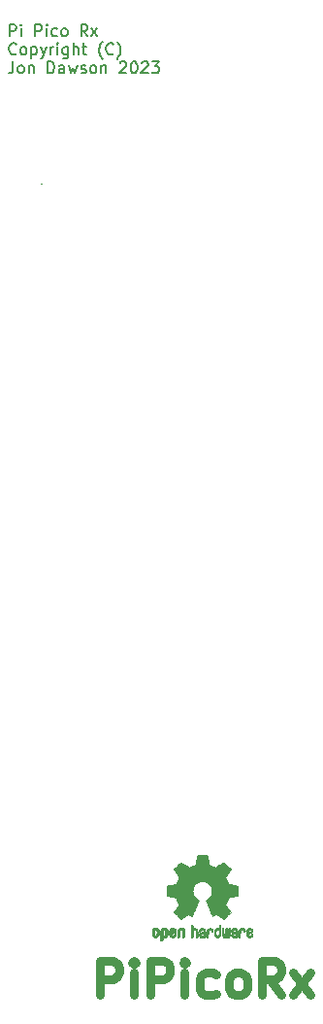
<source format=gbr>
G04 #@! TF.GenerationSoftware,KiCad,Pcbnew,7.0.5-unknown-202306101748~6fbdf8f0e2~ubuntu22.04.1*
G04 #@! TF.CreationDate,2023-07-16T12:43:12+01:00*
G04 #@! TF.ProjectId,back_panel,6261636b-5f70-4616-9e65-6c2e6b696361,rev?*
G04 #@! TF.SameCoordinates,Original*
G04 #@! TF.FileFunction,Legend,Top*
G04 #@! TF.FilePolarity,Positive*
%FSLAX46Y46*%
G04 Gerber Fmt 4.6, Leading zero omitted, Abs format (unit mm)*
G04 Created by KiCad (PCBNEW 7.0.5-unknown-202306101748~6fbdf8f0e2~ubuntu22.04.1) date 2023-07-16 12:43:12*
%MOMM*%
%LPD*%
G01*
G04 APERTURE LIST*
%ADD10C,0.150000*%
%ADD11C,0.750000*%
%ADD12C,0.010000*%
G04 APERTURE END LIST*
D10*
X137769600Y-64744600D02*
X137795000Y-64744600D01*
X137795000Y-64770000D01*
X137769600Y-64770000D01*
X137769600Y-64744600D01*
X134956779Y-51894819D02*
X134956779Y-50894819D01*
X134956779Y-50894819D02*
X135337731Y-50894819D01*
X135337731Y-50894819D02*
X135432969Y-50942438D01*
X135432969Y-50942438D02*
X135480588Y-50990057D01*
X135480588Y-50990057D02*
X135528207Y-51085295D01*
X135528207Y-51085295D02*
X135528207Y-51228152D01*
X135528207Y-51228152D02*
X135480588Y-51323390D01*
X135480588Y-51323390D02*
X135432969Y-51371009D01*
X135432969Y-51371009D02*
X135337731Y-51418628D01*
X135337731Y-51418628D02*
X134956779Y-51418628D01*
X135956779Y-51894819D02*
X135956779Y-51228152D01*
X135956779Y-50894819D02*
X135909160Y-50942438D01*
X135909160Y-50942438D02*
X135956779Y-50990057D01*
X135956779Y-50990057D02*
X136004398Y-50942438D01*
X136004398Y-50942438D02*
X135956779Y-50894819D01*
X135956779Y-50894819D02*
X135956779Y-50990057D01*
X137194874Y-51894819D02*
X137194874Y-50894819D01*
X137194874Y-50894819D02*
X137575826Y-50894819D01*
X137575826Y-50894819D02*
X137671064Y-50942438D01*
X137671064Y-50942438D02*
X137718683Y-50990057D01*
X137718683Y-50990057D02*
X137766302Y-51085295D01*
X137766302Y-51085295D02*
X137766302Y-51228152D01*
X137766302Y-51228152D02*
X137718683Y-51323390D01*
X137718683Y-51323390D02*
X137671064Y-51371009D01*
X137671064Y-51371009D02*
X137575826Y-51418628D01*
X137575826Y-51418628D02*
X137194874Y-51418628D01*
X138194874Y-51894819D02*
X138194874Y-51228152D01*
X138194874Y-50894819D02*
X138147255Y-50942438D01*
X138147255Y-50942438D02*
X138194874Y-50990057D01*
X138194874Y-50990057D02*
X138242493Y-50942438D01*
X138242493Y-50942438D02*
X138194874Y-50894819D01*
X138194874Y-50894819D02*
X138194874Y-50990057D01*
X139099635Y-51847200D02*
X139004397Y-51894819D01*
X139004397Y-51894819D02*
X138813921Y-51894819D01*
X138813921Y-51894819D02*
X138718683Y-51847200D01*
X138718683Y-51847200D02*
X138671064Y-51799580D01*
X138671064Y-51799580D02*
X138623445Y-51704342D01*
X138623445Y-51704342D02*
X138623445Y-51418628D01*
X138623445Y-51418628D02*
X138671064Y-51323390D01*
X138671064Y-51323390D02*
X138718683Y-51275771D01*
X138718683Y-51275771D02*
X138813921Y-51228152D01*
X138813921Y-51228152D02*
X139004397Y-51228152D01*
X139004397Y-51228152D02*
X139099635Y-51275771D01*
X139671064Y-51894819D02*
X139575826Y-51847200D01*
X139575826Y-51847200D02*
X139528207Y-51799580D01*
X139528207Y-51799580D02*
X139480588Y-51704342D01*
X139480588Y-51704342D02*
X139480588Y-51418628D01*
X139480588Y-51418628D02*
X139528207Y-51323390D01*
X139528207Y-51323390D02*
X139575826Y-51275771D01*
X139575826Y-51275771D02*
X139671064Y-51228152D01*
X139671064Y-51228152D02*
X139813921Y-51228152D01*
X139813921Y-51228152D02*
X139909159Y-51275771D01*
X139909159Y-51275771D02*
X139956778Y-51323390D01*
X139956778Y-51323390D02*
X140004397Y-51418628D01*
X140004397Y-51418628D02*
X140004397Y-51704342D01*
X140004397Y-51704342D02*
X139956778Y-51799580D01*
X139956778Y-51799580D02*
X139909159Y-51847200D01*
X139909159Y-51847200D02*
X139813921Y-51894819D01*
X139813921Y-51894819D02*
X139671064Y-51894819D01*
X141766302Y-51894819D02*
X141432969Y-51418628D01*
X141194874Y-51894819D02*
X141194874Y-50894819D01*
X141194874Y-50894819D02*
X141575826Y-50894819D01*
X141575826Y-50894819D02*
X141671064Y-50942438D01*
X141671064Y-50942438D02*
X141718683Y-50990057D01*
X141718683Y-50990057D02*
X141766302Y-51085295D01*
X141766302Y-51085295D02*
X141766302Y-51228152D01*
X141766302Y-51228152D02*
X141718683Y-51323390D01*
X141718683Y-51323390D02*
X141671064Y-51371009D01*
X141671064Y-51371009D02*
X141575826Y-51418628D01*
X141575826Y-51418628D02*
X141194874Y-51418628D01*
X142099636Y-51894819D02*
X142623445Y-51228152D01*
X142099636Y-51228152D02*
X142623445Y-51894819D01*
X135528207Y-53409580D02*
X135480588Y-53457200D01*
X135480588Y-53457200D02*
X135337731Y-53504819D01*
X135337731Y-53504819D02*
X135242493Y-53504819D01*
X135242493Y-53504819D02*
X135099636Y-53457200D01*
X135099636Y-53457200D02*
X135004398Y-53361961D01*
X135004398Y-53361961D02*
X134956779Y-53266723D01*
X134956779Y-53266723D02*
X134909160Y-53076247D01*
X134909160Y-53076247D02*
X134909160Y-52933390D01*
X134909160Y-52933390D02*
X134956779Y-52742914D01*
X134956779Y-52742914D02*
X135004398Y-52647676D01*
X135004398Y-52647676D02*
X135099636Y-52552438D01*
X135099636Y-52552438D02*
X135242493Y-52504819D01*
X135242493Y-52504819D02*
X135337731Y-52504819D01*
X135337731Y-52504819D02*
X135480588Y-52552438D01*
X135480588Y-52552438D02*
X135528207Y-52600057D01*
X136099636Y-53504819D02*
X136004398Y-53457200D01*
X136004398Y-53457200D02*
X135956779Y-53409580D01*
X135956779Y-53409580D02*
X135909160Y-53314342D01*
X135909160Y-53314342D02*
X135909160Y-53028628D01*
X135909160Y-53028628D02*
X135956779Y-52933390D01*
X135956779Y-52933390D02*
X136004398Y-52885771D01*
X136004398Y-52885771D02*
X136099636Y-52838152D01*
X136099636Y-52838152D02*
X136242493Y-52838152D01*
X136242493Y-52838152D02*
X136337731Y-52885771D01*
X136337731Y-52885771D02*
X136385350Y-52933390D01*
X136385350Y-52933390D02*
X136432969Y-53028628D01*
X136432969Y-53028628D02*
X136432969Y-53314342D01*
X136432969Y-53314342D02*
X136385350Y-53409580D01*
X136385350Y-53409580D02*
X136337731Y-53457200D01*
X136337731Y-53457200D02*
X136242493Y-53504819D01*
X136242493Y-53504819D02*
X136099636Y-53504819D01*
X136861541Y-52838152D02*
X136861541Y-53838152D01*
X136861541Y-52885771D02*
X136956779Y-52838152D01*
X136956779Y-52838152D02*
X137147255Y-52838152D01*
X137147255Y-52838152D02*
X137242493Y-52885771D01*
X137242493Y-52885771D02*
X137290112Y-52933390D01*
X137290112Y-52933390D02*
X137337731Y-53028628D01*
X137337731Y-53028628D02*
X137337731Y-53314342D01*
X137337731Y-53314342D02*
X137290112Y-53409580D01*
X137290112Y-53409580D02*
X137242493Y-53457200D01*
X137242493Y-53457200D02*
X137147255Y-53504819D01*
X137147255Y-53504819D02*
X136956779Y-53504819D01*
X136956779Y-53504819D02*
X136861541Y-53457200D01*
X137671065Y-52838152D02*
X137909160Y-53504819D01*
X138147255Y-52838152D02*
X137909160Y-53504819D01*
X137909160Y-53504819D02*
X137813922Y-53742914D01*
X137813922Y-53742914D02*
X137766303Y-53790533D01*
X137766303Y-53790533D02*
X137671065Y-53838152D01*
X138528208Y-53504819D02*
X138528208Y-52838152D01*
X138528208Y-53028628D02*
X138575827Y-52933390D01*
X138575827Y-52933390D02*
X138623446Y-52885771D01*
X138623446Y-52885771D02*
X138718684Y-52838152D01*
X138718684Y-52838152D02*
X138813922Y-52838152D01*
X139147256Y-53504819D02*
X139147256Y-52838152D01*
X139147256Y-52504819D02*
X139099637Y-52552438D01*
X139099637Y-52552438D02*
X139147256Y-52600057D01*
X139147256Y-52600057D02*
X139194875Y-52552438D01*
X139194875Y-52552438D02*
X139147256Y-52504819D01*
X139147256Y-52504819D02*
X139147256Y-52600057D01*
X140052017Y-52838152D02*
X140052017Y-53647676D01*
X140052017Y-53647676D02*
X140004398Y-53742914D01*
X140004398Y-53742914D02*
X139956779Y-53790533D01*
X139956779Y-53790533D02*
X139861541Y-53838152D01*
X139861541Y-53838152D02*
X139718684Y-53838152D01*
X139718684Y-53838152D02*
X139623446Y-53790533D01*
X140052017Y-53457200D02*
X139956779Y-53504819D01*
X139956779Y-53504819D02*
X139766303Y-53504819D01*
X139766303Y-53504819D02*
X139671065Y-53457200D01*
X139671065Y-53457200D02*
X139623446Y-53409580D01*
X139623446Y-53409580D02*
X139575827Y-53314342D01*
X139575827Y-53314342D02*
X139575827Y-53028628D01*
X139575827Y-53028628D02*
X139623446Y-52933390D01*
X139623446Y-52933390D02*
X139671065Y-52885771D01*
X139671065Y-52885771D02*
X139766303Y-52838152D01*
X139766303Y-52838152D02*
X139956779Y-52838152D01*
X139956779Y-52838152D02*
X140052017Y-52885771D01*
X140528208Y-53504819D02*
X140528208Y-52504819D01*
X140956779Y-53504819D02*
X140956779Y-52981009D01*
X140956779Y-52981009D02*
X140909160Y-52885771D01*
X140909160Y-52885771D02*
X140813922Y-52838152D01*
X140813922Y-52838152D02*
X140671065Y-52838152D01*
X140671065Y-52838152D02*
X140575827Y-52885771D01*
X140575827Y-52885771D02*
X140528208Y-52933390D01*
X141290113Y-52838152D02*
X141671065Y-52838152D01*
X141432970Y-52504819D02*
X141432970Y-53361961D01*
X141432970Y-53361961D02*
X141480589Y-53457200D01*
X141480589Y-53457200D02*
X141575827Y-53504819D01*
X141575827Y-53504819D02*
X141671065Y-53504819D01*
X143052018Y-53885771D02*
X143004399Y-53838152D01*
X143004399Y-53838152D02*
X142909161Y-53695295D01*
X142909161Y-53695295D02*
X142861542Y-53600057D01*
X142861542Y-53600057D02*
X142813923Y-53457200D01*
X142813923Y-53457200D02*
X142766304Y-53219104D01*
X142766304Y-53219104D02*
X142766304Y-53028628D01*
X142766304Y-53028628D02*
X142813923Y-52790533D01*
X142813923Y-52790533D02*
X142861542Y-52647676D01*
X142861542Y-52647676D02*
X142909161Y-52552438D01*
X142909161Y-52552438D02*
X143004399Y-52409580D01*
X143004399Y-52409580D02*
X143052018Y-52361961D01*
X144004399Y-53409580D02*
X143956780Y-53457200D01*
X143956780Y-53457200D02*
X143813923Y-53504819D01*
X143813923Y-53504819D02*
X143718685Y-53504819D01*
X143718685Y-53504819D02*
X143575828Y-53457200D01*
X143575828Y-53457200D02*
X143480590Y-53361961D01*
X143480590Y-53361961D02*
X143432971Y-53266723D01*
X143432971Y-53266723D02*
X143385352Y-53076247D01*
X143385352Y-53076247D02*
X143385352Y-52933390D01*
X143385352Y-52933390D02*
X143432971Y-52742914D01*
X143432971Y-52742914D02*
X143480590Y-52647676D01*
X143480590Y-52647676D02*
X143575828Y-52552438D01*
X143575828Y-52552438D02*
X143718685Y-52504819D01*
X143718685Y-52504819D02*
X143813923Y-52504819D01*
X143813923Y-52504819D02*
X143956780Y-52552438D01*
X143956780Y-52552438D02*
X144004399Y-52600057D01*
X144337733Y-53885771D02*
X144385352Y-53838152D01*
X144385352Y-53838152D02*
X144480590Y-53695295D01*
X144480590Y-53695295D02*
X144528209Y-53600057D01*
X144528209Y-53600057D02*
X144575828Y-53457200D01*
X144575828Y-53457200D02*
X144623447Y-53219104D01*
X144623447Y-53219104D02*
X144623447Y-53028628D01*
X144623447Y-53028628D02*
X144575828Y-52790533D01*
X144575828Y-52790533D02*
X144528209Y-52647676D01*
X144528209Y-52647676D02*
X144480590Y-52552438D01*
X144480590Y-52552438D02*
X144385352Y-52409580D01*
X144385352Y-52409580D02*
X144337733Y-52361961D01*
X135242493Y-54114819D02*
X135242493Y-54829104D01*
X135242493Y-54829104D02*
X135194874Y-54971961D01*
X135194874Y-54971961D02*
X135099636Y-55067200D01*
X135099636Y-55067200D02*
X134956779Y-55114819D01*
X134956779Y-55114819D02*
X134861541Y-55114819D01*
X135861541Y-55114819D02*
X135766303Y-55067200D01*
X135766303Y-55067200D02*
X135718684Y-55019580D01*
X135718684Y-55019580D02*
X135671065Y-54924342D01*
X135671065Y-54924342D02*
X135671065Y-54638628D01*
X135671065Y-54638628D02*
X135718684Y-54543390D01*
X135718684Y-54543390D02*
X135766303Y-54495771D01*
X135766303Y-54495771D02*
X135861541Y-54448152D01*
X135861541Y-54448152D02*
X136004398Y-54448152D01*
X136004398Y-54448152D02*
X136099636Y-54495771D01*
X136099636Y-54495771D02*
X136147255Y-54543390D01*
X136147255Y-54543390D02*
X136194874Y-54638628D01*
X136194874Y-54638628D02*
X136194874Y-54924342D01*
X136194874Y-54924342D02*
X136147255Y-55019580D01*
X136147255Y-55019580D02*
X136099636Y-55067200D01*
X136099636Y-55067200D02*
X136004398Y-55114819D01*
X136004398Y-55114819D02*
X135861541Y-55114819D01*
X136623446Y-54448152D02*
X136623446Y-55114819D01*
X136623446Y-54543390D02*
X136671065Y-54495771D01*
X136671065Y-54495771D02*
X136766303Y-54448152D01*
X136766303Y-54448152D02*
X136909160Y-54448152D01*
X136909160Y-54448152D02*
X137004398Y-54495771D01*
X137004398Y-54495771D02*
X137052017Y-54591009D01*
X137052017Y-54591009D02*
X137052017Y-55114819D01*
X138290113Y-55114819D02*
X138290113Y-54114819D01*
X138290113Y-54114819D02*
X138528208Y-54114819D01*
X138528208Y-54114819D02*
X138671065Y-54162438D01*
X138671065Y-54162438D02*
X138766303Y-54257676D01*
X138766303Y-54257676D02*
X138813922Y-54352914D01*
X138813922Y-54352914D02*
X138861541Y-54543390D01*
X138861541Y-54543390D02*
X138861541Y-54686247D01*
X138861541Y-54686247D02*
X138813922Y-54876723D01*
X138813922Y-54876723D02*
X138766303Y-54971961D01*
X138766303Y-54971961D02*
X138671065Y-55067200D01*
X138671065Y-55067200D02*
X138528208Y-55114819D01*
X138528208Y-55114819D02*
X138290113Y-55114819D01*
X139718684Y-55114819D02*
X139718684Y-54591009D01*
X139718684Y-54591009D02*
X139671065Y-54495771D01*
X139671065Y-54495771D02*
X139575827Y-54448152D01*
X139575827Y-54448152D02*
X139385351Y-54448152D01*
X139385351Y-54448152D02*
X139290113Y-54495771D01*
X139718684Y-55067200D02*
X139623446Y-55114819D01*
X139623446Y-55114819D02*
X139385351Y-55114819D01*
X139385351Y-55114819D02*
X139290113Y-55067200D01*
X139290113Y-55067200D02*
X139242494Y-54971961D01*
X139242494Y-54971961D02*
X139242494Y-54876723D01*
X139242494Y-54876723D02*
X139290113Y-54781485D01*
X139290113Y-54781485D02*
X139385351Y-54733866D01*
X139385351Y-54733866D02*
X139623446Y-54733866D01*
X139623446Y-54733866D02*
X139718684Y-54686247D01*
X140099637Y-54448152D02*
X140290113Y-55114819D01*
X140290113Y-55114819D02*
X140480589Y-54638628D01*
X140480589Y-54638628D02*
X140671065Y-55114819D01*
X140671065Y-55114819D02*
X140861541Y-54448152D01*
X141194875Y-55067200D02*
X141290113Y-55114819D01*
X141290113Y-55114819D02*
X141480589Y-55114819D01*
X141480589Y-55114819D02*
X141575827Y-55067200D01*
X141575827Y-55067200D02*
X141623446Y-54971961D01*
X141623446Y-54971961D02*
X141623446Y-54924342D01*
X141623446Y-54924342D02*
X141575827Y-54829104D01*
X141575827Y-54829104D02*
X141480589Y-54781485D01*
X141480589Y-54781485D02*
X141337732Y-54781485D01*
X141337732Y-54781485D02*
X141242494Y-54733866D01*
X141242494Y-54733866D02*
X141194875Y-54638628D01*
X141194875Y-54638628D02*
X141194875Y-54591009D01*
X141194875Y-54591009D02*
X141242494Y-54495771D01*
X141242494Y-54495771D02*
X141337732Y-54448152D01*
X141337732Y-54448152D02*
X141480589Y-54448152D01*
X141480589Y-54448152D02*
X141575827Y-54495771D01*
X142194875Y-55114819D02*
X142099637Y-55067200D01*
X142099637Y-55067200D02*
X142052018Y-55019580D01*
X142052018Y-55019580D02*
X142004399Y-54924342D01*
X142004399Y-54924342D02*
X142004399Y-54638628D01*
X142004399Y-54638628D02*
X142052018Y-54543390D01*
X142052018Y-54543390D02*
X142099637Y-54495771D01*
X142099637Y-54495771D02*
X142194875Y-54448152D01*
X142194875Y-54448152D02*
X142337732Y-54448152D01*
X142337732Y-54448152D02*
X142432970Y-54495771D01*
X142432970Y-54495771D02*
X142480589Y-54543390D01*
X142480589Y-54543390D02*
X142528208Y-54638628D01*
X142528208Y-54638628D02*
X142528208Y-54924342D01*
X142528208Y-54924342D02*
X142480589Y-55019580D01*
X142480589Y-55019580D02*
X142432970Y-55067200D01*
X142432970Y-55067200D02*
X142337732Y-55114819D01*
X142337732Y-55114819D02*
X142194875Y-55114819D01*
X142956780Y-54448152D02*
X142956780Y-55114819D01*
X142956780Y-54543390D02*
X143004399Y-54495771D01*
X143004399Y-54495771D02*
X143099637Y-54448152D01*
X143099637Y-54448152D02*
X143242494Y-54448152D01*
X143242494Y-54448152D02*
X143337732Y-54495771D01*
X143337732Y-54495771D02*
X143385351Y-54591009D01*
X143385351Y-54591009D02*
X143385351Y-55114819D01*
X144575828Y-54210057D02*
X144623447Y-54162438D01*
X144623447Y-54162438D02*
X144718685Y-54114819D01*
X144718685Y-54114819D02*
X144956780Y-54114819D01*
X144956780Y-54114819D02*
X145052018Y-54162438D01*
X145052018Y-54162438D02*
X145099637Y-54210057D01*
X145099637Y-54210057D02*
X145147256Y-54305295D01*
X145147256Y-54305295D02*
X145147256Y-54400533D01*
X145147256Y-54400533D02*
X145099637Y-54543390D01*
X145099637Y-54543390D02*
X144528209Y-55114819D01*
X144528209Y-55114819D02*
X145147256Y-55114819D01*
X145766304Y-54114819D02*
X145861542Y-54114819D01*
X145861542Y-54114819D02*
X145956780Y-54162438D01*
X145956780Y-54162438D02*
X146004399Y-54210057D01*
X146004399Y-54210057D02*
X146052018Y-54305295D01*
X146052018Y-54305295D02*
X146099637Y-54495771D01*
X146099637Y-54495771D02*
X146099637Y-54733866D01*
X146099637Y-54733866D02*
X146052018Y-54924342D01*
X146052018Y-54924342D02*
X146004399Y-55019580D01*
X146004399Y-55019580D02*
X145956780Y-55067200D01*
X145956780Y-55067200D02*
X145861542Y-55114819D01*
X145861542Y-55114819D02*
X145766304Y-55114819D01*
X145766304Y-55114819D02*
X145671066Y-55067200D01*
X145671066Y-55067200D02*
X145623447Y-55019580D01*
X145623447Y-55019580D02*
X145575828Y-54924342D01*
X145575828Y-54924342D02*
X145528209Y-54733866D01*
X145528209Y-54733866D02*
X145528209Y-54495771D01*
X145528209Y-54495771D02*
X145575828Y-54305295D01*
X145575828Y-54305295D02*
X145623447Y-54210057D01*
X145623447Y-54210057D02*
X145671066Y-54162438D01*
X145671066Y-54162438D02*
X145766304Y-54114819D01*
X146480590Y-54210057D02*
X146528209Y-54162438D01*
X146528209Y-54162438D02*
X146623447Y-54114819D01*
X146623447Y-54114819D02*
X146861542Y-54114819D01*
X146861542Y-54114819D02*
X146956780Y-54162438D01*
X146956780Y-54162438D02*
X147004399Y-54210057D01*
X147004399Y-54210057D02*
X147052018Y-54305295D01*
X147052018Y-54305295D02*
X147052018Y-54400533D01*
X147052018Y-54400533D02*
X147004399Y-54543390D01*
X147004399Y-54543390D02*
X146432971Y-55114819D01*
X146432971Y-55114819D02*
X147052018Y-55114819D01*
X147385352Y-54114819D02*
X148004399Y-54114819D01*
X148004399Y-54114819D02*
X147671066Y-54495771D01*
X147671066Y-54495771D02*
X147813923Y-54495771D01*
X147813923Y-54495771D02*
X147909161Y-54543390D01*
X147909161Y-54543390D02*
X147956780Y-54591009D01*
X147956780Y-54591009D02*
X148004399Y-54686247D01*
X148004399Y-54686247D02*
X148004399Y-54924342D01*
X148004399Y-54924342D02*
X147956780Y-55019580D01*
X147956780Y-55019580D02*
X147909161Y-55067200D01*
X147909161Y-55067200D02*
X147813923Y-55114819D01*
X147813923Y-55114819D02*
X147528209Y-55114819D01*
X147528209Y-55114819D02*
X147432971Y-55067200D01*
X147432971Y-55067200D02*
X147385352Y-55019580D01*
D11*
X142812706Y-135483857D02*
X142812706Y-132483857D01*
X142812706Y-132483857D02*
X143955563Y-132483857D01*
X143955563Y-132483857D02*
X144241278Y-132626714D01*
X144241278Y-132626714D02*
X144384135Y-132769571D01*
X144384135Y-132769571D02*
X144526992Y-133055285D01*
X144526992Y-133055285D02*
X144526992Y-133483857D01*
X144526992Y-133483857D02*
X144384135Y-133769571D01*
X144384135Y-133769571D02*
X144241278Y-133912428D01*
X144241278Y-133912428D02*
X143955563Y-134055285D01*
X143955563Y-134055285D02*
X142812706Y-134055285D01*
X145812706Y-135483857D02*
X145812706Y-133483857D01*
X145812706Y-132483857D02*
X145669849Y-132626714D01*
X145669849Y-132626714D02*
X145812706Y-132769571D01*
X145812706Y-132769571D02*
X145955563Y-132626714D01*
X145955563Y-132626714D02*
X145812706Y-132483857D01*
X145812706Y-132483857D02*
X145812706Y-132769571D01*
X147241277Y-135483857D02*
X147241277Y-132483857D01*
X147241277Y-132483857D02*
X148384134Y-132483857D01*
X148384134Y-132483857D02*
X148669849Y-132626714D01*
X148669849Y-132626714D02*
X148812706Y-132769571D01*
X148812706Y-132769571D02*
X148955563Y-133055285D01*
X148955563Y-133055285D02*
X148955563Y-133483857D01*
X148955563Y-133483857D02*
X148812706Y-133769571D01*
X148812706Y-133769571D02*
X148669849Y-133912428D01*
X148669849Y-133912428D02*
X148384134Y-134055285D01*
X148384134Y-134055285D02*
X147241277Y-134055285D01*
X150241277Y-135483857D02*
X150241277Y-133483857D01*
X150241277Y-132483857D02*
X150098420Y-132626714D01*
X150098420Y-132626714D02*
X150241277Y-132769571D01*
X150241277Y-132769571D02*
X150384134Y-132626714D01*
X150384134Y-132626714D02*
X150241277Y-132483857D01*
X150241277Y-132483857D02*
X150241277Y-132769571D01*
X152955563Y-135341000D02*
X152669848Y-135483857D01*
X152669848Y-135483857D02*
X152098420Y-135483857D01*
X152098420Y-135483857D02*
X151812705Y-135341000D01*
X151812705Y-135341000D02*
X151669848Y-135198142D01*
X151669848Y-135198142D02*
X151526991Y-134912428D01*
X151526991Y-134912428D02*
X151526991Y-134055285D01*
X151526991Y-134055285D02*
X151669848Y-133769571D01*
X151669848Y-133769571D02*
X151812705Y-133626714D01*
X151812705Y-133626714D02*
X152098420Y-133483857D01*
X152098420Y-133483857D02*
X152669848Y-133483857D01*
X152669848Y-133483857D02*
X152955563Y-133626714D01*
X154669849Y-135483857D02*
X154384134Y-135341000D01*
X154384134Y-135341000D02*
X154241277Y-135198142D01*
X154241277Y-135198142D02*
X154098420Y-134912428D01*
X154098420Y-134912428D02*
X154098420Y-134055285D01*
X154098420Y-134055285D02*
X154241277Y-133769571D01*
X154241277Y-133769571D02*
X154384134Y-133626714D01*
X154384134Y-133626714D02*
X154669849Y-133483857D01*
X154669849Y-133483857D02*
X155098420Y-133483857D01*
X155098420Y-133483857D02*
X155384134Y-133626714D01*
X155384134Y-133626714D02*
X155526992Y-133769571D01*
X155526992Y-133769571D02*
X155669849Y-134055285D01*
X155669849Y-134055285D02*
X155669849Y-134912428D01*
X155669849Y-134912428D02*
X155526992Y-135198142D01*
X155526992Y-135198142D02*
X155384134Y-135341000D01*
X155384134Y-135341000D02*
X155098420Y-135483857D01*
X155098420Y-135483857D02*
X154669849Y-135483857D01*
X158669849Y-135483857D02*
X157669849Y-134055285D01*
X156955563Y-135483857D02*
X156955563Y-132483857D01*
X156955563Y-132483857D02*
X158098420Y-132483857D01*
X158098420Y-132483857D02*
X158384135Y-132626714D01*
X158384135Y-132626714D02*
X158526992Y-132769571D01*
X158526992Y-132769571D02*
X158669849Y-133055285D01*
X158669849Y-133055285D02*
X158669849Y-133483857D01*
X158669849Y-133483857D02*
X158526992Y-133769571D01*
X158526992Y-133769571D02*
X158384135Y-133912428D01*
X158384135Y-133912428D02*
X158098420Y-134055285D01*
X158098420Y-134055285D02*
X156955563Y-134055285D01*
X159669849Y-135483857D02*
X161241278Y-133483857D01*
X159669849Y-133483857D02*
X161241278Y-135483857D01*
D12*
X155335807Y-129636782D02*
X155359161Y-129646988D01*
X155414902Y-129691134D01*
X155462569Y-129754967D01*
X155492048Y-129823087D01*
X155496846Y-129856670D01*
X155480760Y-129903556D01*
X155445475Y-129928365D01*
X155407644Y-129943387D01*
X155390321Y-129946155D01*
X155381886Y-129926066D01*
X155365230Y-129882351D01*
X155357923Y-129862598D01*
X155316948Y-129794271D01*
X155257622Y-129760191D01*
X155181552Y-129761239D01*
X155175918Y-129762581D01*
X155135305Y-129781836D01*
X155105448Y-129819375D01*
X155085055Y-129879809D01*
X155072836Y-129967751D01*
X155067500Y-130087813D01*
X155067000Y-130151698D01*
X155066752Y-130252403D01*
X155065126Y-130321054D01*
X155060801Y-130364673D01*
X155052454Y-130390282D01*
X155038765Y-130404903D01*
X155018411Y-130415558D01*
X155017234Y-130416095D01*
X154978038Y-130432667D01*
X154958619Y-130438769D01*
X154955635Y-130420319D01*
X154953081Y-130369323D01*
X154951140Y-130292308D01*
X154949997Y-130195805D01*
X154949769Y-130125184D01*
X154950932Y-129988525D01*
X154955479Y-129884851D01*
X154964999Y-129808108D01*
X154981081Y-129752246D01*
X155005313Y-129711212D01*
X155039286Y-129678954D01*
X155072833Y-129656440D01*
X155153499Y-129626476D01*
X155247381Y-129619718D01*
X155335807Y-129636782D01*
G36*
X155335807Y-129636782D02*
G01*
X155359161Y-129646988D01*
X155414902Y-129691134D01*
X155462569Y-129754967D01*
X155492048Y-129823087D01*
X155496846Y-129856670D01*
X155480760Y-129903556D01*
X155445475Y-129928365D01*
X155407644Y-129943387D01*
X155390321Y-129946155D01*
X155381886Y-129926066D01*
X155365230Y-129882351D01*
X155357923Y-129862598D01*
X155316948Y-129794271D01*
X155257622Y-129760191D01*
X155181552Y-129761239D01*
X155175918Y-129762581D01*
X155135305Y-129781836D01*
X155105448Y-129819375D01*
X155085055Y-129879809D01*
X155072836Y-129967751D01*
X155067500Y-130087813D01*
X155067000Y-130151698D01*
X155066752Y-130252403D01*
X155065126Y-130321054D01*
X155060801Y-130364673D01*
X155052454Y-130390282D01*
X155038765Y-130404903D01*
X155018411Y-130415558D01*
X155017234Y-130416095D01*
X154978038Y-130432667D01*
X154958619Y-130438769D01*
X154955635Y-130420319D01*
X154953081Y-130369323D01*
X154951140Y-130292308D01*
X154949997Y-130195805D01*
X154949769Y-130125184D01*
X154950932Y-129988525D01*
X154955479Y-129884851D01*
X154964999Y-129808108D01*
X154981081Y-129752246D01*
X155005313Y-129711212D01*
X155039286Y-129678954D01*
X155072833Y-129656440D01*
X155153499Y-129626476D01*
X155247381Y-129619718D01*
X155335807Y-129636782D01*
G37*
X150036664Y-129595089D02*
X150099367Y-129631358D01*
X150142961Y-129667358D01*
X150174845Y-129705075D01*
X150196810Y-129751199D01*
X150210649Y-129812421D01*
X150218153Y-129895431D01*
X150221117Y-130006919D01*
X150221461Y-130087062D01*
X150221461Y-130382065D01*
X150055385Y-130456515D01*
X150045615Y-130133402D01*
X150041579Y-130012729D01*
X150037344Y-129925141D01*
X150032097Y-129864650D01*
X150025025Y-129825268D01*
X150015311Y-129801007D01*
X150002144Y-129785880D01*
X149997919Y-129782606D01*
X149933909Y-129757034D01*
X149869208Y-129767153D01*
X149830692Y-129794000D01*
X149815025Y-129813024D01*
X149804180Y-129837988D01*
X149797288Y-129875834D01*
X149793479Y-129933502D01*
X149791883Y-130017935D01*
X149791615Y-130105928D01*
X149791563Y-130216323D01*
X149789672Y-130294463D01*
X149783345Y-130347165D01*
X149769983Y-130381242D01*
X149746985Y-130403511D01*
X149711754Y-130420787D01*
X149664697Y-130438738D01*
X149613303Y-130458278D01*
X149619421Y-130111485D01*
X149621884Y-129986468D01*
X149624767Y-129894082D01*
X149628898Y-129827881D01*
X149635107Y-129781420D01*
X149644226Y-129748256D01*
X149657083Y-129721944D01*
X149672584Y-129698729D01*
X149747371Y-129624569D01*
X149838628Y-129581684D01*
X149937883Y-129571412D01*
X150036664Y-129595089D01*
G36*
X150036664Y-129595089D02*
G01*
X150099367Y-129631358D01*
X150142961Y-129667358D01*
X150174845Y-129705075D01*
X150196810Y-129751199D01*
X150210649Y-129812421D01*
X150218153Y-129895431D01*
X150221117Y-130006919D01*
X150221461Y-130087062D01*
X150221461Y-130382065D01*
X150055385Y-130456515D01*
X150045615Y-130133402D01*
X150041579Y-130012729D01*
X150037344Y-129925141D01*
X150032097Y-129864650D01*
X150025025Y-129825268D01*
X150015311Y-129801007D01*
X150002144Y-129785880D01*
X149997919Y-129782606D01*
X149933909Y-129757034D01*
X149869208Y-129767153D01*
X149830692Y-129794000D01*
X149815025Y-129813024D01*
X149804180Y-129837988D01*
X149797288Y-129875834D01*
X149793479Y-129933502D01*
X149791883Y-130017935D01*
X149791615Y-130105928D01*
X149791563Y-130216323D01*
X149789672Y-130294463D01*
X149783345Y-130347165D01*
X149769983Y-130381242D01*
X149746985Y-130403511D01*
X149711754Y-130420787D01*
X149664697Y-130438738D01*
X149613303Y-130458278D01*
X149619421Y-130111485D01*
X149621884Y-129986468D01*
X149624767Y-129894082D01*
X149628898Y-129827881D01*
X149635107Y-129781420D01*
X149644226Y-129748256D01*
X149657083Y-129721944D01*
X149672584Y-129698729D01*
X149747371Y-129624569D01*
X149838628Y-129581684D01*
X149937883Y-129571412D01*
X150036664Y-129595089D01*
G37*
X152478362Y-129624670D02*
X152567117Y-129657421D01*
X152639022Y-129715350D01*
X152667144Y-129756128D01*
X152697802Y-129830954D01*
X152697165Y-129885058D01*
X152664987Y-129921446D01*
X152653081Y-129927633D01*
X152601675Y-129946925D01*
X152575422Y-129941982D01*
X152566530Y-129909587D01*
X152566077Y-129891692D01*
X152549797Y-129825859D01*
X152507365Y-129779807D01*
X152448388Y-129757564D01*
X152382475Y-129763161D01*
X152328895Y-129792229D01*
X152310798Y-129808810D01*
X152297971Y-129828925D01*
X152289306Y-129859332D01*
X152283696Y-129906788D01*
X152280035Y-129978050D01*
X152277215Y-130079875D01*
X152276484Y-130112115D01*
X152273820Y-130222410D01*
X152270792Y-130300036D01*
X152266250Y-130351396D01*
X152259046Y-130382890D01*
X152248033Y-130400920D01*
X152232060Y-130411888D01*
X152221834Y-130416733D01*
X152178406Y-130433301D01*
X152152842Y-130438769D01*
X152144395Y-130420507D01*
X152139239Y-130365296D01*
X152137346Y-130272499D01*
X152138689Y-130141478D01*
X152139107Y-130121269D01*
X152142058Y-130001733D01*
X152145548Y-129914449D01*
X152150514Y-129852591D01*
X152157893Y-129809336D01*
X152168624Y-129777860D01*
X152183645Y-129751339D01*
X152191502Y-129739975D01*
X152236553Y-129689692D01*
X152286940Y-129650581D01*
X152293108Y-129647167D01*
X152383458Y-129620212D01*
X152478362Y-129624670D01*
G36*
X152478362Y-129624670D02*
G01*
X152567117Y-129657421D01*
X152639022Y-129715350D01*
X152667144Y-129756128D01*
X152697802Y-129830954D01*
X152697165Y-129885058D01*
X152664987Y-129921446D01*
X152653081Y-129927633D01*
X152601675Y-129946925D01*
X152575422Y-129941982D01*
X152566530Y-129909587D01*
X152566077Y-129891692D01*
X152549797Y-129825859D01*
X152507365Y-129779807D01*
X152448388Y-129757564D01*
X152382475Y-129763161D01*
X152328895Y-129792229D01*
X152310798Y-129808810D01*
X152297971Y-129828925D01*
X152289306Y-129859332D01*
X152283696Y-129906788D01*
X152280035Y-129978050D01*
X152277215Y-130079875D01*
X152276484Y-130112115D01*
X152273820Y-130222410D01*
X152270792Y-130300036D01*
X152266250Y-130351396D01*
X152259046Y-130382890D01*
X152248033Y-130400920D01*
X152232060Y-130411888D01*
X152221834Y-130416733D01*
X152178406Y-130433301D01*
X152152842Y-130438769D01*
X152144395Y-130420507D01*
X152139239Y-130365296D01*
X152137346Y-130272499D01*
X152138689Y-130141478D01*
X152139107Y-130121269D01*
X152142058Y-130001733D01*
X152145548Y-129914449D01*
X152150514Y-129852591D01*
X152157893Y-129809336D01*
X152168624Y-129777860D01*
X152183645Y-129751339D01*
X152191502Y-129739975D01*
X152236553Y-129689692D01*
X152286940Y-129650581D01*
X152293108Y-129647167D01*
X152383458Y-129620212D01*
X152478362Y-129624670D01*
G37*
X150924846Y-129492120D02*
X150930572Y-129571980D01*
X150937149Y-129619039D01*
X150946262Y-129639566D01*
X150959598Y-129639829D01*
X150963923Y-129637378D01*
X151021444Y-129619636D01*
X151096268Y-129620672D01*
X151172339Y-129638910D01*
X151219918Y-129662505D01*
X151268702Y-129700198D01*
X151304364Y-129742855D01*
X151328845Y-129797057D01*
X151344087Y-129869384D01*
X151352030Y-129966419D01*
X151354616Y-130094742D01*
X151354662Y-130119358D01*
X151354692Y-130395870D01*
X151293161Y-130417320D01*
X151249459Y-130431912D01*
X151225482Y-130438706D01*
X151224777Y-130438769D01*
X151222415Y-130420345D01*
X151220406Y-130369526D01*
X151218901Y-130292993D01*
X151218053Y-130197430D01*
X151217923Y-130139329D01*
X151217651Y-130024771D01*
X151216252Y-129942667D01*
X151212849Y-129886393D01*
X151206567Y-129849326D01*
X151196529Y-129824844D01*
X151181861Y-129806325D01*
X151172702Y-129797406D01*
X151109789Y-129761466D01*
X151041136Y-129758775D01*
X150978848Y-129789170D01*
X150967329Y-129800144D01*
X150950433Y-129820779D01*
X150938714Y-129845256D01*
X150931233Y-129880647D01*
X150927054Y-129934026D01*
X150925237Y-130012466D01*
X150924846Y-130120617D01*
X150924846Y-130395870D01*
X150863315Y-130417320D01*
X150819613Y-130431912D01*
X150795636Y-130438706D01*
X150794930Y-130438769D01*
X150793126Y-130420069D01*
X150791500Y-130367322D01*
X150790117Y-130285557D01*
X150789042Y-130179805D01*
X150788340Y-130055094D01*
X150788077Y-129916455D01*
X150788077Y-129381806D01*
X150915077Y-129328236D01*
X150924846Y-129492120D01*
G36*
X150924846Y-129492120D02*
G01*
X150930572Y-129571980D01*
X150937149Y-129619039D01*
X150946262Y-129639566D01*
X150959598Y-129639829D01*
X150963923Y-129637378D01*
X151021444Y-129619636D01*
X151096268Y-129620672D01*
X151172339Y-129638910D01*
X151219918Y-129662505D01*
X151268702Y-129700198D01*
X151304364Y-129742855D01*
X151328845Y-129797057D01*
X151344087Y-129869384D01*
X151352030Y-129966419D01*
X151354616Y-130094742D01*
X151354662Y-130119358D01*
X151354692Y-130395870D01*
X151293161Y-130417320D01*
X151249459Y-130431912D01*
X151225482Y-130438706D01*
X151224777Y-130438769D01*
X151222415Y-130420345D01*
X151220406Y-130369526D01*
X151218901Y-130292993D01*
X151218053Y-130197430D01*
X151217923Y-130139329D01*
X151217651Y-130024771D01*
X151216252Y-129942667D01*
X151212849Y-129886393D01*
X151206567Y-129849326D01*
X151196529Y-129824844D01*
X151181861Y-129806325D01*
X151172702Y-129797406D01*
X151109789Y-129761466D01*
X151041136Y-129758775D01*
X150978848Y-129789170D01*
X150967329Y-129800144D01*
X150950433Y-129820779D01*
X150938714Y-129845256D01*
X150931233Y-129880647D01*
X150927054Y-129934026D01*
X150925237Y-130012466D01*
X150924846Y-130120617D01*
X150924846Y-130395870D01*
X150863315Y-130417320D01*
X150819613Y-130431912D01*
X150795636Y-130438706D01*
X150794930Y-130438769D01*
X150793126Y-130420069D01*
X150791500Y-130367322D01*
X150790117Y-130285557D01*
X150789042Y-130179805D01*
X150788340Y-130055094D01*
X150788077Y-129916455D01*
X150788077Y-129381806D01*
X150915077Y-129328236D01*
X150924846Y-129492120D01*
G37*
X154160929Y-129636662D02*
X154163911Y-129688068D01*
X154166247Y-129766192D01*
X154167749Y-129864857D01*
X154168231Y-129968343D01*
X154168231Y-130318533D01*
X154106401Y-130380363D01*
X154063793Y-130418462D01*
X154026390Y-130433895D01*
X153975270Y-130432918D01*
X153954978Y-130430433D01*
X153891554Y-130423200D01*
X153839095Y-130419055D01*
X153826308Y-130418672D01*
X153783199Y-130421176D01*
X153721544Y-130427462D01*
X153697638Y-130430433D01*
X153638922Y-130435028D01*
X153599464Y-130425046D01*
X153560338Y-130394228D01*
X153546215Y-130380363D01*
X153484385Y-130318533D01*
X153484385Y-129663503D01*
X153534150Y-129640829D01*
X153577002Y-129624034D01*
X153602073Y-129618154D01*
X153608501Y-129636736D01*
X153614509Y-129688655D01*
X153619697Y-129768172D01*
X153623664Y-129869546D01*
X153625577Y-129955192D01*
X153630923Y-130292231D01*
X153677560Y-130298825D01*
X153719976Y-130294214D01*
X153740760Y-130279287D01*
X153746570Y-130251377D01*
X153751530Y-130191925D01*
X153755246Y-130108466D01*
X153757324Y-130008532D01*
X153757624Y-129957104D01*
X153757923Y-129661054D01*
X153819454Y-129639604D01*
X153863004Y-129625020D01*
X153886694Y-129618219D01*
X153887377Y-129618154D01*
X153889754Y-129636642D01*
X153892366Y-129687906D01*
X153894995Y-129765649D01*
X153897421Y-129863574D01*
X153899115Y-129955192D01*
X153904461Y-130292231D01*
X154021692Y-130292231D01*
X154027072Y-129984746D01*
X154032451Y-129677261D01*
X154089601Y-129647707D01*
X154131797Y-129627413D01*
X154156770Y-129618204D01*
X154157491Y-129618154D01*
X154160929Y-129636662D01*
G36*
X154160929Y-129636662D02*
G01*
X154163911Y-129688068D01*
X154166247Y-129766192D01*
X154167749Y-129864857D01*
X154168231Y-129968343D01*
X154168231Y-130318533D01*
X154106401Y-130380363D01*
X154063793Y-130418462D01*
X154026390Y-130433895D01*
X153975270Y-130432918D01*
X153954978Y-130430433D01*
X153891554Y-130423200D01*
X153839095Y-130419055D01*
X153826308Y-130418672D01*
X153783199Y-130421176D01*
X153721544Y-130427462D01*
X153697638Y-130430433D01*
X153638922Y-130435028D01*
X153599464Y-130425046D01*
X153560338Y-130394228D01*
X153546215Y-130380363D01*
X153484385Y-130318533D01*
X153484385Y-129663503D01*
X153534150Y-129640829D01*
X153577002Y-129624034D01*
X153602073Y-129618154D01*
X153608501Y-129636736D01*
X153614509Y-129688655D01*
X153619697Y-129768172D01*
X153623664Y-129869546D01*
X153625577Y-129955192D01*
X153630923Y-130292231D01*
X153677560Y-130298825D01*
X153719976Y-130294214D01*
X153740760Y-130279287D01*
X153746570Y-130251377D01*
X153751530Y-130191925D01*
X153755246Y-130108466D01*
X153757324Y-130008532D01*
X153757624Y-129957104D01*
X153757923Y-129661054D01*
X153819454Y-129639604D01*
X153863004Y-129625020D01*
X153886694Y-129618219D01*
X153887377Y-129618154D01*
X153889754Y-129636642D01*
X153892366Y-129687906D01*
X153894995Y-129765649D01*
X153897421Y-129863574D01*
X153899115Y-129955192D01*
X153904461Y-130292231D01*
X154021692Y-130292231D01*
X154027072Y-129984746D01*
X154032451Y-129677261D01*
X154089601Y-129647707D01*
X154131797Y-129627413D01*
X154156770Y-129618204D01*
X154157491Y-129618154D01*
X154160929Y-129636662D01*
G37*
X147781886Y-129587256D02*
X147873464Y-129635409D01*
X147941049Y-129712905D01*
X147965057Y-129762727D01*
X147983738Y-129837533D01*
X147993301Y-129932052D01*
X147994208Y-130035210D01*
X147986921Y-130135935D01*
X147971903Y-130223153D01*
X147949615Y-130285791D01*
X147942765Y-130296579D01*
X147861632Y-130377105D01*
X147765266Y-130425336D01*
X147660701Y-130439450D01*
X147554968Y-130417629D01*
X147525543Y-130404547D01*
X147468241Y-130364231D01*
X147417950Y-130310775D01*
X147413197Y-130303995D01*
X147393878Y-130271321D01*
X147381108Y-130236394D01*
X147373564Y-130190414D01*
X147369924Y-130124584D01*
X147368865Y-130030105D01*
X147368846Y-130008923D01*
X147368894Y-130002182D01*
X147564231Y-130002182D01*
X147565368Y-130091349D01*
X147569841Y-130150520D01*
X147579246Y-130188741D01*
X147595176Y-130215053D01*
X147603308Y-130223846D01*
X147650058Y-130257261D01*
X147695447Y-130255737D01*
X147741340Y-130226752D01*
X147768712Y-130195809D01*
X147784923Y-130150643D01*
X147794026Y-130079420D01*
X147794651Y-130071114D01*
X147796204Y-129942037D01*
X147779965Y-129846172D01*
X147746152Y-129784107D01*
X147694984Y-129756432D01*
X147676720Y-129754923D01*
X147628760Y-129762513D01*
X147595953Y-129788808D01*
X147575895Y-129839095D01*
X147566178Y-129918664D01*
X147564231Y-130002182D01*
X147368894Y-130002182D01*
X147369574Y-129908249D01*
X147372629Y-129837906D01*
X147379322Y-129789163D01*
X147390960Y-129753288D01*
X147408853Y-129721548D01*
X147412808Y-129715648D01*
X147479267Y-129636104D01*
X147551685Y-129589929D01*
X147639849Y-129571599D01*
X147669787Y-129570703D01*
X147781886Y-129587256D01*
G36*
X147781886Y-129587256D02*
G01*
X147873464Y-129635409D01*
X147941049Y-129712905D01*
X147965057Y-129762727D01*
X147983738Y-129837533D01*
X147993301Y-129932052D01*
X147994208Y-130035210D01*
X147986921Y-130135935D01*
X147971903Y-130223153D01*
X147949615Y-130285791D01*
X147942765Y-130296579D01*
X147861632Y-130377105D01*
X147765266Y-130425336D01*
X147660701Y-130439450D01*
X147554968Y-130417629D01*
X147525543Y-130404547D01*
X147468241Y-130364231D01*
X147417950Y-130310775D01*
X147413197Y-130303995D01*
X147393878Y-130271321D01*
X147381108Y-130236394D01*
X147373564Y-130190414D01*
X147369924Y-130124584D01*
X147368865Y-130030105D01*
X147368846Y-130008923D01*
X147368894Y-130002182D01*
X147564231Y-130002182D01*
X147565368Y-130091349D01*
X147569841Y-130150520D01*
X147579246Y-130188741D01*
X147595176Y-130215053D01*
X147603308Y-130223846D01*
X147650058Y-130257261D01*
X147695447Y-130255737D01*
X147741340Y-130226752D01*
X147768712Y-130195809D01*
X147784923Y-130150643D01*
X147794026Y-130079420D01*
X147794651Y-130071114D01*
X147796204Y-129942037D01*
X147779965Y-129846172D01*
X147746152Y-129784107D01*
X147694984Y-129756432D01*
X147676720Y-129754923D01*
X147628760Y-129762513D01*
X147595953Y-129788808D01*
X147575895Y-129839095D01*
X147566178Y-129918664D01*
X147564231Y-130002182D01*
X147368894Y-130002182D01*
X147369574Y-129908249D01*
X147372629Y-129837906D01*
X147379322Y-129789163D01*
X147390960Y-129753288D01*
X147408853Y-129721548D01*
X147412808Y-129715648D01*
X147479267Y-129636104D01*
X147551685Y-129589929D01*
X147639849Y-129571599D01*
X147669787Y-129570703D01*
X147781886Y-129587256D01*
G37*
X156010224Y-129647838D02*
X156087528Y-129698361D01*
X156124814Y-129743590D01*
X156154353Y-129825663D01*
X156156699Y-129890607D01*
X156151385Y-129977445D01*
X155951115Y-130065103D01*
X155853739Y-130109887D01*
X155790113Y-130145913D01*
X155757029Y-130177117D01*
X155751280Y-130207436D01*
X155769658Y-130240805D01*
X155789923Y-130262923D01*
X155848889Y-130298393D01*
X155913024Y-130300879D01*
X155971926Y-130273235D01*
X156015197Y-130218320D01*
X156022936Y-130198928D01*
X156060006Y-130138364D01*
X156102654Y-130112552D01*
X156161154Y-130090471D01*
X156161154Y-130174184D01*
X156155982Y-130231150D01*
X156135723Y-130279189D01*
X156093262Y-130334346D01*
X156086951Y-130341514D01*
X156039720Y-130390585D01*
X155999121Y-130416920D01*
X155948328Y-130429035D01*
X155906220Y-130433003D01*
X155830902Y-130433991D01*
X155777286Y-130421466D01*
X155743838Y-130402869D01*
X155691268Y-130361975D01*
X155654879Y-130317748D01*
X155631850Y-130262126D01*
X155619359Y-130187047D01*
X155614587Y-130084449D01*
X155614206Y-130032376D01*
X155615501Y-129969948D01*
X155733471Y-129969948D01*
X155734839Y-130003438D01*
X155738249Y-130008923D01*
X155760753Y-130001472D01*
X155809182Y-129981753D01*
X155873908Y-129953718D01*
X155887443Y-129947692D01*
X155969244Y-129906096D01*
X156014312Y-129869538D01*
X156024217Y-129835296D01*
X156000526Y-129800648D01*
X155980960Y-129785339D01*
X155910360Y-129754721D01*
X155844280Y-129759780D01*
X155788959Y-129797151D01*
X155750636Y-129863473D01*
X155738349Y-129916116D01*
X155733471Y-129969948D01*
X155615501Y-129969948D01*
X155616730Y-129910720D01*
X155626032Y-129820710D01*
X155644460Y-129755167D01*
X155674360Y-129706912D01*
X155718080Y-129668767D01*
X155737141Y-129656440D01*
X155823726Y-129624336D01*
X155918522Y-129622316D01*
X156010224Y-129647838D01*
G36*
X156010224Y-129647838D02*
G01*
X156087528Y-129698361D01*
X156124814Y-129743590D01*
X156154353Y-129825663D01*
X156156699Y-129890607D01*
X156151385Y-129977445D01*
X155951115Y-130065103D01*
X155853739Y-130109887D01*
X155790113Y-130145913D01*
X155757029Y-130177117D01*
X155751280Y-130207436D01*
X155769658Y-130240805D01*
X155789923Y-130262923D01*
X155848889Y-130298393D01*
X155913024Y-130300879D01*
X155971926Y-130273235D01*
X156015197Y-130218320D01*
X156022936Y-130198928D01*
X156060006Y-130138364D01*
X156102654Y-130112552D01*
X156161154Y-130090471D01*
X156161154Y-130174184D01*
X156155982Y-130231150D01*
X156135723Y-130279189D01*
X156093262Y-130334346D01*
X156086951Y-130341514D01*
X156039720Y-130390585D01*
X155999121Y-130416920D01*
X155948328Y-130429035D01*
X155906220Y-130433003D01*
X155830902Y-130433991D01*
X155777286Y-130421466D01*
X155743838Y-130402869D01*
X155691268Y-130361975D01*
X155654879Y-130317748D01*
X155631850Y-130262126D01*
X155619359Y-130187047D01*
X155614587Y-130084449D01*
X155614206Y-130032376D01*
X155615501Y-129969948D01*
X155733471Y-129969948D01*
X155734839Y-130003438D01*
X155738249Y-130008923D01*
X155760753Y-130001472D01*
X155809182Y-129981753D01*
X155873908Y-129953718D01*
X155887443Y-129947692D01*
X155969244Y-129906096D01*
X156014312Y-129869538D01*
X156024217Y-129835296D01*
X156000526Y-129800648D01*
X155980960Y-129785339D01*
X155910360Y-129754721D01*
X155844280Y-129759780D01*
X155788959Y-129797151D01*
X155750636Y-129863473D01*
X155738349Y-129916116D01*
X155733471Y-129969948D01*
X155615501Y-129969948D01*
X155616730Y-129910720D01*
X155626032Y-129820710D01*
X155644460Y-129755167D01*
X155674360Y-129706912D01*
X155718080Y-129668767D01*
X155737141Y-129656440D01*
X155823726Y-129624336D01*
X155918522Y-129622316D01*
X156010224Y-129647838D01*
G37*
X153367081Y-129780289D02*
X153366833Y-129926320D01*
X153365872Y-130038655D01*
X153363794Y-130122678D01*
X153360193Y-130183769D01*
X153354665Y-130227309D01*
X153346804Y-130258679D01*
X153336207Y-130283262D01*
X153328182Y-130297294D01*
X153261728Y-130373388D01*
X153177470Y-130421084D01*
X153084249Y-130438199D01*
X152990900Y-130422546D01*
X152935312Y-130394418D01*
X152876957Y-130345760D01*
X152837186Y-130286333D01*
X152813190Y-130208507D01*
X152802161Y-130104652D01*
X152800599Y-130028462D01*
X152800809Y-130022986D01*
X152937308Y-130022986D01*
X152938141Y-130110355D01*
X152941961Y-130168192D01*
X152950746Y-130206029D01*
X152966474Y-130233398D01*
X152985266Y-130254042D01*
X153048375Y-130293890D01*
X153116137Y-130297295D01*
X153180179Y-130264025D01*
X153185164Y-130259517D01*
X153206439Y-130236067D01*
X153219779Y-130208166D01*
X153227001Y-130166641D01*
X153229923Y-130102316D01*
X153230385Y-130031200D01*
X153229383Y-129941858D01*
X153225238Y-129882258D01*
X153216236Y-129843089D01*
X153200667Y-129815040D01*
X153187902Y-129800144D01*
X153128600Y-129762575D01*
X153060301Y-129758057D01*
X152995110Y-129786753D01*
X152982528Y-129797406D01*
X152961111Y-129821063D01*
X152947744Y-129849251D01*
X152940566Y-129891245D01*
X152937719Y-129956319D01*
X152937308Y-130022986D01*
X152800809Y-130022986D01*
X152805322Y-129905765D01*
X152821362Y-129813577D01*
X152851528Y-129744269D01*
X152898629Y-129690211D01*
X152935312Y-129662505D01*
X153001990Y-129632572D01*
X153079272Y-129618678D01*
X153151110Y-129622397D01*
X153191308Y-129637400D01*
X153207082Y-129641670D01*
X153217550Y-129625750D01*
X153224856Y-129583089D01*
X153230385Y-129518106D01*
X153236437Y-129445732D01*
X153244844Y-129402187D01*
X153260141Y-129377287D01*
X153286864Y-129360845D01*
X153303654Y-129353564D01*
X153367154Y-129326963D01*
X153367081Y-129780289D01*
G36*
X153367081Y-129780289D02*
G01*
X153366833Y-129926320D01*
X153365872Y-130038655D01*
X153363794Y-130122678D01*
X153360193Y-130183769D01*
X153354665Y-130227309D01*
X153346804Y-130258679D01*
X153336207Y-130283262D01*
X153328182Y-130297294D01*
X153261728Y-130373388D01*
X153177470Y-130421084D01*
X153084249Y-130438199D01*
X152990900Y-130422546D01*
X152935312Y-130394418D01*
X152876957Y-130345760D01*
X152837186Y-130286333D01*
X152813190Y-130208507D01*
X152802161Y-130104652D01*
X152800599Y-130028462D01*
X152800809Y-130022986D01*
X152937308Y-130022986D01*
X152938141Y-130110355D01*
X152941961Y-130168192D01*
X152950746Y-130206029D01*
X152966474Y-130233398D01*
X152985266Y-130254042D01*
X153048375Y-130293890D01*
X153116137Y-130297295D01*
X153180179Y-130264025D01*
X153185164Y-130259517D01*
X153206439Y-130236067D01*
X153219779Y-130208166D01*
X153227001Y-130166641D01*
X153229923Y-130102316D01*
X153230385Y-130031200D01*
X153229383Y-129941858D01*
X153225238Y-129882258D01*
X153216236Y-129843089D01*
X153200667Y-129815040D01*
X153187902Y-129800144D01*
X153128600Y-129762575D01*
X153060301Y-129758057D01*
X152995110Y-129786753D01*
X152982528Y-129797406D01*
X152961111Y-129821063D01*
X152947744Y-129849251D01*
X152940566Y-129891245D01*
X152937719Y-129956319D01*
X152937308Y-130022986D01*
X152800809Y-130022986D01*
X152805322Y-129905765D01*
X152821362Y-129813577D01*
X152851528Y-129744269D01*
X152898629Y-129690211D01*
X152935312Y-129662505D01*
X153001990Y-129632572D01*
X153079272Y-129618678D01*
X153151110Y-129622397D01*
X153191308Y-129637400D01*
X153207082Y-129641670D01*
X153217550Y-129625750D01*
X153224856Y-129583089D01*
X153230385Y-129518106D01*
X153236437Y-129445732D01*
X153244844Y-129402187D01*
X153260141Y-129377287D01*
X153286864Y-129360845D01*
X153303654Y-129353564D01*
X153367154Y-129326963D01*
X153367081Y-129780289D01*
G37*
X149299254Y-129599745D02*
X149376286Y-129651567D01*
X149435816Y-129726412D01*
X149471378Y-129821654D01*
X149478571Y-129891756D01*
X149477754Y-129921009D01*
X149470914Y-129943407D01*
X149452112Y-129963474D01*
X149415408Y-129985733D01*
X149354862Y-130014709D01*
X149264534Y-130054927D01*
X149264077Y-130055129D01*
X149180933Y-130093210D01*
X149112753Y-130127025D01*
X149066505Y-130152933D01*
X149049158Y-130167295D01*
X149049154Y-130167411D01*
X149064443Y-130198685D01*
X149100196Y-130233157D01*
X149141242Y-130257990D01*
X149162037Y-130262923D01*
X149218770Y-130245862D01*
X149267627Y-130203133D01*
X149291465Y-130156155D01*
X149314397Y-130121522D01*
X149359318Y-130082081D01*
X149412123Y-130048009D01*
X149458710Y-130029480D01*
X149468452Y-130028462D01*
X149479418Y-130045215D01*
X149480079Y-130088039D01*
X149472020Y-130145781D01*
X149456827Y-130207289D01*
X149436086Y-130261409D01*
X149435038Y-130263510D01*
X149372621Y-130350660D01*
X149291726Y-130409939D01*
X149199856Y-130439034D01*
X149104513Y-130435634D01*
X149013198Y-130397428D01*
X149009138Y-130394741D01*
X148937306Y-130329642D01*
X148890073Y-130244705D01*
X148863934Y-130133021D01*
X148860426Y-130101643D01*
X148854213Y-129953536D01*
X148861661Y-129884468D01*
X149049154Y-129884468D01*
X149051590Y-129927552D01*
X149064914Y-129940126D01*
X149098132Y-129930719D01*
X149150494Y-129908483D01*
X149209024Y-129880610D01*
X149210479Y-129879872D01*
X149260089Y-129853777D01*
X149280000Y-129836363D01*
X149275090Y-129818107D01*
X149254416Y-129794120D01*
X149201819Y-129759406D01*
X149145177Y-129756856D01*
X149094369Y-129782119D01*
X149059276Y-129830847D01*
X149049154Y-129884468D01*
X148861661Y-129884468D01*
X148866992Y-129835036D01*
X148899778Y-129741055D01*
X148945421Y-129675215D01*
X149027802Y-129608681D01*
X149118546Y-129575676D01*
X149211185Y-129573573D01*
X149299254Y-129599745D01*
G36*
X149299254Y-129599745D02*
G01*
X149376286Y-129651567D01*
X149435816Y-129726412D01*
X149471378Y-129821654D01*
X149478571Y-129891756D01*
X149477754Y-129921009D01*
X149470914Y-129943407D01*
X149452112Y-129963474D01*
X149415408Y-129985733D01*
X149354862Y-130014709D01*
X149264534Y-130054927D01*
X149264077Y-130055129D01*
X149180933Y-130093210D01*
X149112753Y-130127025D01*
X149066505Y-130152933D01*
X149049158Y-130167295D01*
X149049154Y-130167411D01*
X149064443Y-130198685D01*
X149100196Y-130233157D01*
X149141242Y-130257990D01*
X149162037Y-130262923D01*
X149218770Y-130245862D01*
X149267627Y-130203133D01*
X149291465Y-130156155D01*
X149314397Y-130121522D01*
X149359318Y-130082081D01*
X149412123Y-130048009D01*
X149458710Y-130029480D01*
X149468452Y-130028462D01*
X149479418Y-130045215D01*
X149480079Y-130088039D01*
X149472020Y-130145781D01*
X149456827Y-130207289D01*
X149436086Y-130261409D01*
X149435038Y-130263510D01*
X149372621Y-130350660D01*
X149291726Y-130409939D01*
X149199856Y-130439034D01*
X149104513Y-130435634D01*
X149013198Y-130397428D01*
X149009138Y-130394741D01*
X148937306Y-130329642D01*
X148890073Y-130244705D01*
X148863934Y-130133021D01*
X148860426Y-130101643D01*
X148854213Y-129953536D01*
X148861661Y-129884468D01*
X149049154Y-129884468D01*
X149051590Y-129927552D01*
X149064914Y-129940126D01*
X149098132Y-129930719D01*
X149150494Y-129908483D01*
X149209024Y-129880610D01*
X149210479Y-129879872D01*
X149260089Y-129853777D01*
X149280000Y-129836363D01*
X149275090Y-129818107D01*
X149254416Y-129794120D01*
X149201819Y-129759406D01*
X149145177Y-129756856D01*
X149094369Y-129782119D01*
X149059276Y-129830847D01*
X149049154Y-129884468D01*
X148861661Y-129884468D01*
X148866992Y-129835036D01*
X148899778Y-129741055D01*
X148945421Y-129675215D01*
X149027802Y-129608681D01*
X149118546Y-129575676D01*
X149211185Y-129573573D01*
X149299254Y-129599745D01*
G37*
X151818501Y-129626303D02*
X151895060Y-129654733D01*
X151895936Y-129655279D01*
X151943285Y-129690127D01*
X151978241Y-129730852D01*
X152002825Y-129783925D01*
X152019062Y-129855814D01*
X152028975Y-129952992D01*
X152034586Y-130081928D01*
X152035077Y-130100298D01*
X152042141Y-130377287D01*
X151982695Y-130408028D01*
X151939681Y-130428802D01*
X151913710Y-130438646D01*
X151912509Y-130438769D01*
X151908014Y-130420606D01*
X151904444Y-130371612D01*
X151902248Y-130300031D01*
X151901769Y-130242068D01*
X151901758Y-130148170D01*
X151897466Y-130089203D01*
X151882503Y-130061079D01*
X151850482Y-130059706D01*
X151795014Y-130080998D01*
X151711269Y-130120136D01*
X151649689Y-130152643D01*
X151618017Y-130180845D01*
X151608706Y-130211582D01*
X151608692Y-130213104D01*
X151624057Y-130266054D01*
X151669547Y-130294660D01*
X151739166Y-130298803D01*
X151789313Y-130298084D01*
X151815754Y-130312527D01*
X151832243Y-130347218D01*
X151841733Y-130391416D01*
X151828057Y-130416493D01*
X151822907Y-130420082D01*
X151774425Y-130434496D01*
X151706531Y-130436537D01*
X151636612Y-130426983D01*
X151587068Y-130409522D01*
X151518570Y-130351364D01*
X151479634Y-130270408D01*
X151471923Y-130207160D01*
X151477807Y-130150111D01*
X151499101Y-130103542D01*
X151541265Y-130062181D01*
X151609759Y-130020755D01*
X151710044Y-129973993D01*
X151716154Y-129971350D01*
X151806490Y-129929617D01*
X151862235Y-129895391D01*
X151886129Y-129864635D01*
X151880913Y-129833311D01*
X151849328Y-129797383D01*
X151839883Y-129789116D01*
X151776617Y-129757058D01*
X151711064Y-129758407D01*
X151653972Y-129789838D01*
X151616093Y-129848024D01*
X151612574Y-129859446D01*
X151578300Y-129914837D01*
X151534809Y-129941518D01*
X151471923Y-129967960D01*
X151471923Y-129899548D01*
X151491052Y-129800110D01*
X151547831Y-129708902D01*
X151577378Y-129678389D01*
X151644542Y-129639228D01*
X151729956Y-129621500D01*
X151818501Y-129626303D01*
G36*
X151818501Y-129626303D02*
G01*
X151895060Y-129654733D01*
X151895936Y-129655279D01*
X151943285Y-129690127D01*
X151978241Y-129730852D01*
X152002825Y-129783925D01*
X152019062Y-129855814D01*
X152028975Y-129952992D01*
X152034586Y-130081928D01*
X152035077Y-130100298D01*
X152042141Y-130377287D01*
X151982695Y-130408028D01*
X151939681Y-130428802D01*
X151913710Y-130438646D01*
X151912509Y-130438769D01*
X151908014Y-130420606D01*
X151904444Y-130371612D01*
X151902248Y-130300031D01*
X151901769Y-130242068D01*
X151901758Y-130148170D01*
X151897466Y-130089203D01*
X151882503Y-130061079D01*
X151850482Y-130059706D01*
X151795014Y-130080998D01*
X151711269Y-130120136D01*
X151649689Y-130152643D01*
X151618017Y-130180845D01*
X151608706Y-130211582D01*
X151608692Y-130213104D01*
X151624057Y-130266054D01*
X151669547Y-130294660D01*
X151739166Y-130298803D01*
X151789313Y-130298084D01*
X151815754Y-130312527D01*
X151832243Y-130347218D01*
X151841733Y-130391416D01*
X151828057Y-130416493D01*
X151822907Y-130420082D01*
X151774425Y-130434496D01*
X151706531Y-130436537D01*
X151636612Y-130426983D01*
X151587068Y-130409522D01*
X151518570Y-130351364D01*
X151479634Y-130270408D01*
X151471923Y-130207160D01*
X151477807Y-130150111D01*
X151499101Y-130103542D01*
X151541265Y-130062181D01*
X151609759Y-130020755D01*
X151710044Y-129973993D01*
X151716154Y-129971350D01*
X151806490Y-129929617D01*
X151862235Y-129895391D01*
X151886129Y-129864635D01*
X151880913Y-129833311D01*
X151849328Y-129797383D01*
X151839883Y-129789116D01*
X151776617Y-129757058D01*
X151711064Y-129758407D01*
X151653972Y-129789838D01*
X151616093Y-129848024D01*
X151612574Y-129859446D01*
X151578300Y-129914837D01*
X151534809Y-129941518D01*
X151471923Y-129967960D01*
X151471923Y-129899548D01*
X151491052Y-129800110D01*
X151547831Y-129708902D01*
X151577378Y-129678389D01*
X151644542Y-129639228D01*
X151729956Y-129621500D01*
X151818501Y-129626303D01*
G37*
X148533886Y-129584505D02*
X148608539Y-129621727D01*
X148674431Y-129690261D01*
X148692577Y-129715648D01*
X148712345Y-129748866D01*
X148725172Y-129784945D01*
X148732510Y-129833098D01*
X148735813Y-129902536D01*
X148736538Y-129994206D01*
X148733263Y-130119830D01*
X148721877Y-130214154D01*
X148700041Y-130284523D01*
X148665419Y-130338286D01*
X148615670Y-130382788D01*
X148612014Y-130385423D01*
X148562985Y-130412377D01*
X148503945Y-130425712D01*
X148428859Y-130429000D01*
X148306795Y-130429000D01*
X148306744Y-130547497D01*
X148305608Y-130613492D01*
X148298686Y-130652202D01*
X148280598Y-130675419D01*
X148245962Y-130694933D01*
X148237645Y-130698920D01*
X148198720Y-130717603D01*
X148168583Y-130729403D01*
X148146174Y-130730422D01*
X148130433Y-130716761D01*
X148120302Y-130684522D01*
X148114723Y-130629804D01*
X148112635Y-130548711D01*
X148112981Y-130437344D01*
X148114700Y-130291802D01*
X148115237Y-130248269D01*
X148117172Y-130098205D01*
X148118904Y-130000042D01*
X148306692Y-130000042D01*
X148307748Y-130083364D01*
X148312438Y-130137880D01*
X148323051Y-130173837D01*
X148341872Y-130201482D01*
X148354650Y-130214965D01*
X148406890Y-130254417D01*
X148453142Y-130257628D01*
X148500867Y-130225049D01*
X148502077Y-130223846D01*
X148521494Y-130198668D01*
X148533307Y-130164447D01*
X148539265Y-130111748D01*
X148541120Y-130031131D01*
X148541154Y-130013271D01*
X148536670Y-129902175D01*
X148522074Y-129825161D01*
X148495650Y-129778147D01*
X148455683Y-129757050D01*
X148432584Y-129754923D01*
X148377762Y-129764900D01*
X148340158Y-129797752D01*
X148317523Y-129857857D01*
X148307606Y-129949598D01*
X148306692Y-130000042D01*
X148118904Y-130000042D01*
X148119222Y-129982060D01*
X148121873Y-129894679D01*
X148125606Y-129830905D01*
X148130907Y-129785582D01*
X148138258Y-129753555D01*
X148148143Y-129729668D01*
X148161046Y-129708764D01*
X148166579Y-129700898D01*
X148239969Y-129626595D01*
X148332760Y-129584467D01*
X148440096Y-129572722D01*
X148533886Y-129584505D01*
G36*
X148533886Y-129584505D02*
G01*
X148608539Y-129621727D01*
X148674431Y-129690261D01*
X148692577Y-129715648D01*
X148712345Y-129748866D01*
X148725172Y-129784945D01*
X148732510Y-129833098D01*
X148735813Y-129902536D01*
X148736538Y-129994206D01*
X148733263Y-130119830D01*
X148721877Y-130214154D01*
X148700041Y-130284523D01*
X148665419Y-130338286D01*
X148615670Y-130382788D01*
X148612014Y-130385423D01*
X148562985Y-130412377D01*
X148503945Y-130425712D01*
X148428859Y-130429000D01*
X148306795Y-130429000D01*
X148306744Y-130547497D01*
X148305608Y-130613492D01*
X148298686Y-130652202D01*
X148280598Y-130675419D01*
X148245962Y-130694933D01*
X148237645Y-130698920D01*
X148198720Y-130717603D01*
X148168583Y-130729403D01*
X148146174Y-130730422D01*
X148130433Y-130716761D01*
X148120302Y-130684522D01*
X148114723Y-130629804D01*
X148112635Y-130548711D01*
X148112981Y-130437344D01*
X148114700Y-130291802D01*
X148115237Y-130248269D01*
X148117172Y-130098205D01*
X148118904Y-130000042D01*
X148306692Y-130000042D01*
X148307748Y-130083364D01*
X148312438Y-130137880D01*
X148323051Y-130173837D01*
X148341872Y-130201482D01*
X148354650Y-130214965D01*
X148406890Y-130254417D01*
X148453142Y-130257628D01*
X148500867Y-130225049D01*
X148502077Y-130223846D01*
X148521494Y-130198668D01*
X148533307Y-130164447D01*
X148539265Y-130111748D01*
X148541120Y-130031131D01*
X148541154Y-130013271D01*
X148536670Y-129902175D01*
X148522074Y-129825161D01*
X148495650Y-129778147D01*
X148455683Y-129757050D01*
X148432584Y-129754923D01*
X148377762Y-129764900D01*
X148340158Y-129797752D01*
X148317523Y-129857857D01*
X148307606Y-129949598D01*
X148306692Y-130000042D01*
X148118904Y-130000042D01*
X148119222Y-129982060D01*
X148121873Y-129894679D01*
X148125606Y-129830905D01*
X148130907Y-129785582D01*
X148138258Y-129753555D01*
X148148143Y-129729668D01*
X148161046Y-129708764D01*
X148166579Y-129700898D01*
X148239969Y-129626595D01*
X148332760Y-129584467D01*
X148440096Y-129572722D01*
X148533886Y-129584505D01*
G37*
X154652333Y-129633528D02*
X154708590Y-129659117D01*
X154752747Y-129690124D01*
X154785101Y-129724795D01*
X154807438Y-129769520D01*
X154821546Y-129830692D01*
X154829211Y-129914701D01*
X154832220Y-130027940D01*
X154832538Y-130102509D01*
X154832538Y-130393420D01*
X154782773Y-130416095D01*
X154743576Y-130432667D01*
X154724157Y-130438769D01*
X154720442Y-130420610D01*
X154717495Y-130371648D01*
X154715691Y-130300153D01*
X154715308Y-130243385D01*
X154713661Y-130161371D01*
X154709222Y-130096309D01*
X154702740Y-130056467D01*
X154697590Y-130048000D01*
X154662977Y-130056646D01*
X154608640Y-130078823D01*
X154545722Y-130108886D01*
X154485368Y-130141192D01*
X154438721Y-130170098D01*
X154416926Y-130189961D01*
X154416839Y-130190175D01*
X154418714Y-130226935D01*
X154435525Y-130262026D01*
X154465039Y-130290528D01*
X154508116Y-130300061D01*
X154544932Y-130298950D01*
X154597074Y-130298133D01*
X154624444Y-130310349D01*
X154640882Y-130342624D01*
X154642955Y-130348710D01*
X154650081Y-130394739D01*
X154631024Y-130422687D01*
X154581353Y-130436007D01*
X154527697Y-130438470D01*
X154431142Y-130420210D01*
X154381159Y-130394131D01*
X154319429Y-130332868D01*
X154286690Y-130257670D01*
X154283753Y-130178211D01*
X154311424Y-130104167D01*
X154353047Y-130057769D01*
X154394604Y-130031793D01*
X154459922Y-129998907D01*
X154536038Y-129965557D01*
X154548726Y-129960461D01*
X154632333Y-129923565D01*
X154680530Y-129891046D01*
X154696030Y-129858718D01*
X154681550Y-129822394D01*
X154656692Y-129794000D01*
X154597939Y-129759039D01*
X154533293Y-129756417D01*
X154474008Y-129783358D01*
X154431339Y-129837088D01*
X154425739Y-129850950D01*
X154393133Y-129901936D01*
X154345530Y-129939787D01*
X154285461Y-129970850D01*
X154285461Y-129882768D01*
X154288997Y-129828951D01*
X154304156Y-129786534D01*
X154337768Y-129741279D01*
X154370035Y-129706420D01*
X154420209Y-129657062D01*
X154459193Y-129630547D01*
X154501064Y-129619911D01*
X154548460Y-129618154D01*
X154652333Y-129633528D01*
G36*
X154652333Y-129633528D02*
G01*
X154708590Y-129659117D01*
X154752747Y-129690124D01*
X154785101Y-129724795D01*
X154807438Y-129769520D01*
X154821546Y-129830692D01*
X154829211Y-129914701D01*
X154832220Y-130027940D01*
X154832538Y-130102509D01*
X154832538Y-130393420D01*
X154782773Y-130416095D01*
X154743576Y-130432667D01*
X154724157Y-130438769D01*
X154720442Y-130420610D01*
X154717495Y-130371648D01*
X154715691Y-130300153D01*
X154715308Y-130243385D01*
X154713661Y-130161371D01*
X154709222Y-130096309D01*
X154702740Y-130056467D01*
X154697590Y-130048000D01*
X154662977Y-130056646D01*
X154608640Y-130078823D01*
X154545722Y-130108886D01*
X154485368Y-130141192D01*
X154438721Y-130170098D01*
X154416926Y-130189961D01*
X154416839Y-130190175D01*
X154418714Y-130226935D01*
X154435525Y-130262026D01*
X154465039Y-130290528D01*
X154508116Y-130300061D01*
X154544932Y-130298950D01*
X154597074Y-130298133D01*
X154624444Y-130310349D01*
X154640882Y-130342624D01*
X154642955Y-130348710D01*
X154650081Y-130394739D01*
X154631024Y-130422687D01*
X154581353Y-130436007D01*
X154527697Y-130438470D01*
X154431142Y-130420210D01*
X154381159Y-130394131D01*
X154319429Y-130332868D01*
X154286690Y-130257670D01*
X154283753Y-130178211D01*
X154311424Y-130104167D01*
X154353047Y-130057769D01*
X154394604Y-130031793D01*
X154459922Y-129998907D01*
X154536038Y-129965557D01*
X154548726Y-129960461D01*
X154632333Y-129923565D01*
X154680530Y-129891046D01*
X154696030Y-129858718D01*
X154681550Y-129822394D01*
X154656692Y-129794000D01*
X154597939Y-129759039D01*
X154533293Y-129756417D01*
X154474008Y-129783358D01*
X154431339Y-129837088D01*
X154425739Y-129850950D01*
X154393133Y-129901936D01*
X154345530Y-129939787D01*
X154285461Y-129970850D01*
X154285461Y-129882768D01*
X154288997Y-129828951D01*
X154304156Y-129786534D01*
X154337768Y-129741279D01*
X154370035Y-129706420D01*
X154420209Y-129657062D01*
X154459193Y-129630547D01*
X154501064Y-129619911D01*
X154548460Y-129618154D01*
X154652333Y-129633528D01*
G37*
X151904878Y-123287776D02*
X152010612Y-123288355D01*
X152087132Y-123289922D01*
X152139372Y-123292972D01*
X152172263Y-123297996D01*
X152190737Y-123305489D01*
X152199727Y-123315944D01*
X152204163Y-123329853D01*
X152204594Y-123331654D01*
X152211333Y-123364145D01*
X152223808Y-123428252D01*
X152240719Y-123517151D01*
X152260771Y-123624019D01*
X152282664Y-123742033D01*
X152283429Y-123746178D01*
X152305359Y-123861831D01*
X152325877Y-123964014D01*
X152343659Y-124046598D01*
X152357381Y-124103456D01*
X152365718Y-124128458D01*
X152366116Y-124128901D01*
X152390677Y-124141110D01*
X152441315Y-124161456D01*
X152507095Y-124185545D01*
X152507461Y-124185674D01*
X152590317Y-124216818D01*
X152688000Y-124256491D01*
X152780077Y-124296381D01*
X152784434Y-124298353D01*
X152934407Y-124366420D01*
X153266498Y-124139639D01*
X153368374Y-124070504D01*
X153460657Y-124008697D01*
X153538003Y-123957733D01*
X153595064Y-123921127D01*
X153626495Y-123902394D01*
X153629479Y-123901004D01*
X153652321Y-123907190D01*
X153694982Y-123937035D01*
X153759128Y-123991947D01*
X153846421Y-124073334D01*
X153935535Y-124159922D01*
X154021441Y-124245247D01*
X154098327Y-124323108D01*
X154161564Y-124388697D01*
X154206523Y-124437205D01*
X154228576Y-124463825D01*
X154229396Y-124465195D01*
X154231834Y-124483463D01*
X154222650Y-124513295D01*
X154199574Y-124558721D01*
X154160337Y-124623770D01*
X154102670Y-124712470D01*
X154025795Y-124826657D01*
X153957570Y-124927162D01*
X153896582Y-125017303D01*
X153846356Y-125091849D01*
X153810416Y-125145565D01*
X153792287Y-125173218D01*
X153791146Y-125175095D01*
X153793359Y-125201590D01*
X153810138Y-125253086D01*
X153838142Y-125319851D01*
X153848122Y-125341172D01*
X153891672Y-125436159D01*
X153938134Y-125543937D01*
X153975877Y-125637192D01*
X154003073Y-125706406D01*
X154024675Y-125759006D01*
X154037158Y-125786497D01*
X154038709Y-125788616D01*
X154061668Y-125792124D01*
X154115786Y-125801738D01*
X154193868Y-125816089D01*
X154288719Y-125833807D01*
X154393143Y-125853525D01*
X154499944Y-125873874D01*
X154601926Y-125893486D01*
X154691894Y-125910991D01*
X154762653Y-125925022D01*
X154807006Y-125934209D01*
X154817885Y-125936807D01*
X154829122Y-125943218D01*
X154837605Y-125957697D01*
X154843714Y-125985133D01*
X154847832Y-126030411D01*
X154850341Y-126098420D01*
X154851621Y-126194047D01*
X154852054Y-126322180D01*
X154852077Y-126374701D01*
X154852077Y-126801845D01*
X154749500Y-126822091D01*
X154692431Y-126833070D01*
X154607269Y-126849095D01*
X154504372Y-126868233D01*
X154394096Y-126888551D01*
X154363615Y-126894132D01*
X154261855Y-126913917D01*
X154173205Y-126933373D01*
X154105108Y-126950697D01*
X154065004Y-126964088D01*
X154058323Y-126968079D01*
X154041919Y-126996342D01*
X154018399Y-127051109D01*
X153992316Y-127121588D01*
X153987142Y-127136769D01*
X153952956Y-127230896D01*
X153910523Y-127337101D01*
X153868997Y-127432473D01*
X153868792Y-127432916D01*
X153799640Y-127582525D01*
X154254512Y-128251617D01*
X153962500Y-128544116D01*
X153874180Y-128631170D01*
X153793625Y-128707909D01*
X153725360Y-128770237D01*
X153673908Y-128814056D01*
X153643794Y-128835270D01*
X153639474Y-128836616D01*
X153614111Y-128826016D01*
X153562358Y-128796547D01*
X153489868Y-128751705D01*
X153402294Y-128694984D01*
X153307612Y-128631462D01*
X153211516Y-128566668D01*
X153125837Y-128510287D01*
X153056016Y-128465788D01*
X153007494Y-128436639D01*
X152985782Y-128426308D01*
X152959293Y-128435050D01*
X152909062Y-128458087D01*
X152845451Y-128490631D01*
X152838708Y-128494249D01*
X152753046Y-128537210D01*
X152694306Y-128558279D01*
X152657772Y-128558503D01*
X152638731Y-128538928D01*
X152638620Y-128538654D01*
X152629102Y-128515472D01*
X152606403Y-128460441D01*
X152572282Y-128377822D01*
X152528500Y-128271872D01*
X152476816Y-128146852D01*
X152418992Y-128007020D01*
X152362991Y-127871637D01*
X152301447Y-127722234D01*
X152244939Y-127583832D01*
X152195161Y-127460673D01*
X152153806Y-127357002D01*
X152122568Y-127277059D01*
X152103141Y-127225088D01*
X152097154Y-127205692D01*
X152112168Y-127183443D01*
X152151439Y-127147982D01*
X152203807Y-127108887D01*
X152352941Y-126985245D01*
X152469511Y-126843522D01*
X152552118Y-126686704D01*
X152599366Y-126517775D01*
X152609857Y-126339722D01*
X152602231Y-126257539D01*
X152560682Y-126087031D01*
X152489123Y-125936459D01*
X152391995Y-125807309D01*
X152273734Y-125701064D01*
X152138780Y-125619210D01*
X151991571Y-125563232D01*
X151836544Y-125534615D01*
X151678139Y-125534844D01*
X151520794Y-125565405D01*
X151368946Y-125627782D01*
X151227035Y-125723460D01*
X151167803Y-125777572D01*
X151054203Y-125916520D01*
X150975106Y-126068361D01*
X150929986Y-126228667D01*
X150918316Y-126393012D01*
X150939569Y-126556971D01*
X150993220Y-126716118D01*
X151078740Y-126866025D01*
X151195605Y-127002267D01*
X151326193Y-127108887D01*
X151380588Y-127149642D01*
X151419014Y-127184718D01*
X151432846Y-127205726D01*
X151425603Y-127228635D01*
X151405005Y-127283365D01*
X151372746Y-127365672D01*
X151330521Y-127471315D01*
X151280023Y-127596050D01*
X151222948Y-127735636D01*
X151166854Y-127871670D01*
X151104967Y-128021201D01*
X151047644Y-128159767D01*
X150996644Y-128283107D01*
X150953727Y-128386964D01*
X150920653Y-128467080D01*
X150899181Y-128519195D01*
X150891225Y-128538654D01*
X150872429Y-128558423D01*
X150836074Y-128558365D01*
X150777479Y-128537441D01*
X150691968Y-128494613D01*
X150691292Y-128494249D01*
X150626907Y-128461012D01*
X150574861Y-128436802D01*
X150545512Y-128426404D01*
X150544217Y-128426308D01*
X150522124Y-128436855D01*
X150473348Y-128466184D01*
X150403331Y-128510827D01*
X150317514Y-128567314D01*
X150222388Y-128631462D01*
X150125540Y-128696411D01*
X150038253Y-128752896D01*
X149966181Y-128797421D01*
X149914977Y-128826490D01*
X149890526Y-128836616D01*
X149868010Y-128823307D01*
X149822742Y-128786112D01*
X149759244Y-128729128D01*
X149682039Y-128656449D01*
X149595651Y-128572171D01*
X149567399Y-128544016D01*
X149275287Y-128251416D01*
X149497631Y-127925104D01*
X149565202Y-127824897D01*
X149624507Y-127734963D01*
X149672217Y-127660510D01*
X149705007Y-127606751D01*
X149719548Y-127578894D01*
X149719974Y-127576912D01*
X149712308Y-127550655D01*
X149691689Y-127497837D01*
X149661685Y-127427310D01*
X149640625Y-127380093D01*
X149601248Y-127289694D01*
X149564165Y-127198366D01*
X149535415Y-127121200D01*
X149527605Y-127097692D01*
X149505417Y-127034916D01*
X149483727Y-126986411D01*
X149471813Y-126968079D01*
X149445523Y-126956859D01*
X149388142Y-126940954D01*
X149307118Y-126922167D01*
X149209895Y-126902299D01*
X149166385Y-126894132D01*
X149055896Y-126873829D01*
X148949916Y-126854170D01*
X148858801Y-126837088D01*
X148792908Y-126824518D01*
X148780500Y-126822091D01*
X148677923Y-126801845D01*
X148677923Y-126374701D01*
X148678153Y-126234246D01*
X148679099Y-126127979D01*
X148681141Y-126051013D01*
X148684662Y-125998460D01*
X148690043Y-125965433D01*
X148697666Y-125947045D01*
X148707912Y-125938408D01*
X148712115Y-125936807D01*
X148737470Y-125931127D01*
X148793484Y-125919795D01*
X148872964Y-125904179D01*
X148968712Y-125885647D01*
X149073533Y-125865569D01*
X149180232Y-125845312D01*
X149281613Y-125826246D01*
X149370479Y-125809739D01*
X149439637Y-125797159D01*
X149481889Y-125789875D01*
X149491290Y-125788616D01*
X149499807Y-125771763D01*
X149518660Y-125726870D01*
X149544324Y-125662430D01*
X149554123Y-125637192D01*
X149593648Y-125539686D01*
X149640192Y-125431959D01*
X149681877Y-125341172D01*
X149712550Y-125271753D01*
X149732956Y-125214710D01*
X149739768Y-125179777D01*
X149738682Y-125175095D01*
X149724285Y-125152991D01*
X149691412Y-125103831D01*
X149643590Y-125032848D01*
X149584348Y-124945278D01*
X149517215Y-124846357D01*
X149503941Y-124826830D01*
X149426046Y-124711140D01*
X149368787Y-124623044D01*
X149329881Y-124558486D01*
X149307044Y-124513411D01*
X149297994Y-124483763D01*
X149300448Y-124465485D01*
X149300511Y-124465369D01*
X149319827Y-124441361D01*
X149362551Y-124394947D01*
X149424051Y-124330937D01*
X149499698Y-124254145D01*
X149584861Y-124169382D01*
X149594465Y-124159922D01*
X149701790Y-124055989D01*
X149784615Y-123979675D01*
X149844605Y-123929571D01*
X149883423Y-123904270D01*
X149900520Y-123901004D01*
X149925473Y-123915250D01*
X149977255Y-123948156D01*
X150050520Y-123996208D01*
X150139920Y-124055890D01*
X150240111Y-124123688D01*
X150263501Y-124139639D01*
X150595593Y-124366420D01*
X150745565Y-124298353D01*
X150836770Y-124258685D01*
X150934669Y-124218791D01*
X151018831Y-124186983D01*
X151022538Y-124185674D01*
X151088369Y-124161576D01*
X151139116Y-124141200D01*
X151163842Y-124128936D01*
X151163884Y-124128901D01*
X151171729Y-124106734D01*
X151185066Y-124052217D01*
X151202570Y-123971480D01*
X151222917Y-123870650D01*
X151244782Y-123755856D01*
X151246571Y-123746178D01*
X151268504Y-123627904D01*
X151288640Y-123520542D01*
X151305680Y-123430917D01*
X151318328Y-123365851D01*
X151325284Y-123332168D01*
X151325406Y-123331654D01*
X151329639Y-123317325D01*
X151337871Y-123306507D01*
X151355033Y-123298706D01*
X151386058Y-123293429D01*
X151435878Y-123290182D01*
X151509424Y-123288472D01*
X151611629Y-123287807D01*
X151747425Y-123287693D01*
X151765000Y-123287692D01*
X151904878Y-123287776D01*
G36*
X151904878Y-123287776D02*
G01*
X152010612Y-123288355D01*
X152087132Y-123289922D01*
X152139372Y-123292972D01*
X152172263Y-123297996D01*
X152190737Y-123305489D01*
X152199727Y-123315944D01*
X152204163Y-123329853D01*
X152204594Y-123331654D01*
X152211333Y-123364145D01*
X152223808Y-123428252D01*
X152240719Y-123517151D01*
X152260771Y-123624019D01*
X152282664Y-123742033D01*
X152283429Y-123746178D01*
X152305359Y-123861831D01*
X152325877Y-123964014D01*
X152343659Y-124046598D01*
X152357381Y-124103456D01*
X152365718Y-124128458D01*
X152366116Y-124128901D01*
X152390677Y-124141110D01*
X152441315Y-124161456D01*
X152507095Y-124185545D01*
X152507461Y-124185674D01*
X152590317Y-124216818D01*
X152688000Y-124256491D01*
X152780077Y-124296381D01*
X152784434Y-124298353D01*
X152934407Y-124366420D01*
X153266498Y-124139639D01*
X153368374Y-124070504D01*
X153460657Y-124008697D01*
X153538003Y-123957733D01*
X153595064Y-123921127D01*
X153626495Y-123902394D01*
X153629479Y-123901004D01*
X153652321Y-123907190D01*
X153694982Y-123937035D01*
X153759128Y-123991947D01*
X153846421Y-124073334D01*
X153935535Y-124159922D01*
X154021441Y-124245247D01*
X154098327Y-124323108D01*
X154161564Y-124388697D01*
X154206523Y-124437205D01*
X154228576Y-124463825D01*
X154229396Y-124465195D01*
X154231834Y-124483463D01*
X154222650Y-124513295D01*
X154199574Y-124558721D01*
X154160337Y-124623770D01*
X154102670Y-124712470D01*
X154025795Y-124826657D01*
X153957570Y-124927162D01*
X153896582Y-125017303D01*
X153846356Y-125091849D01*
X153810416Y-125145565D01*
X153792287Y-125173218D01*
X153791146Y-125175095D01*
X153793359Y-125201590D01*
X153810138Y-125253086D01*
X153838142Y-125319851D01*
X153848122Y-125341172D01*
X153891672Y-125436159D01*
X153938134Y-125543937D01*
X153975877Y-125637192D01*
X154003073Y-125706406D01*
X154024675Y-125759006D01*
X154037158Y-125786497D01*
X154038709Y-125788616D01*
X154061668Y-125792124D01*
X154115786Y-125801738D01*
X154193868Y-125816089D01*
X154288719Y-125833807D01*
X154393143Y-125853525D01*
X154499944Y-125873874D01*
X154601926Y-125893486D01*
X154691894Y-125910991D01*
X154762653Y-125925022D01*
X154807006Y-125934209D01*
X154817885Y-125936807D01*
X154829122Y-125943218D01*
X154837605Y-125957697D01*
X154843714Y-125985133D01*
X154847832Y-126030411D01*
X154850341Y-126098420D01*
X154851621Y-126194047D01*
X154852054Y-126322180D01*
X154852077Y-126374701D01*
X154852077Y-126801845D01*
X154749500Y-126822091D01*
X154692431Y-126833070D01*
X154607269Y-126849095D01*
X154504372Y-126868233D01*
X154394096Y-126888551D01*
X154363615Y-126894132D01*
X154261855Y-126913917D01*
X154173205Y-126933373D01*
X154105108Y-126950697D01*
X154065004Y-126964088D01*
X154058323Y-126968079D01*
X154041919Y-126996342D01*
X154018399Y-127051109D01*
X153992316Y-127121588D01*
X153987142Y-127136769D01*
X153952956Y-127230896D01*
X153910523Y-127337101D01*
X153868997Y-127432473D01*
X153868792Y-127432916D01*
X153799640Y-127582525D01*
X154254512Y-128251617D01*
X153962500Y-128544116D01*
X153874180Y-128631170D01*
X153793625Y-128707909D01*
X153725360Y-128770237D01*
X153673908Y-128814056D01*
X153643794Y-128835270D01*
X153639474Y-128836616D01*
X153614111Y-128826016D01*
X153562358Y-128796547D01*
X153489868Y-128751705D01*
X153402294Y-128694984D01*
X153307612Y-128631462D01*
X153211516Y-128566668D01*
X153125837Y-128510287D01*
X153056016Y-128465788D01*
X153007494Y-128436639D01*
X152985782Y-128426308D01*
X152959293Y-128435050D01*
X152909062Y-128458087D01*
X152845451Y-128490631D01*
X152838708Y-128494249D01*
X152753046Y-128537210D01*
X152694306Y-128558279D01*
X152657772Y-128558503D01*
X152638731Y-128538928D01*
X152638620Y-128538654D01*
X152629102Y-128515472D01*
X152606403Y-128460441D01*
X152572282Y-128377822D01*
X152528500Y-128271872D01*
X152476816Y-128146852D01*
X152418992Y-128007020D01*
X152362991Y-127871637D01*
X152301447Y-127722234D01*
X152244939Y-127583832D01*
X152195161Y-127460673D01*
X152153806Y-127357002D01*
X152122568Y-127277059D01*
X152103141Y-127225088D01*
X152097154Y-127205692D01*
X152112168Y-127183443D01*
X152151439Y-127147982D01*
X152203807Y-127108887D01*
X152352941Y-126985245D01*
X152469511Y-126843522D01*
X152552118Y-126686704D01*
X152599366Y-126517775D01*
X152609857Y-126339722D01*
X152602231Y-126257539D01*
X152560682Y-126087031D01*
X152489123Y-125936459D01*
X152391995Y-125807309D01*
X152273734Y-125701064D01*
X152138780Y-125619210D01*
X151991571Y-125563232D01*
X151836544Y-125534615D01*
X151678139Y-125534844D01*
X151520794Y-125565405D01*
X151368946Y-125627782D01*
X151227035Y-125723460D01*
X151167803Y-125777572D01*
X151054203Y-125916520D01*
X150975106Y-126068361D01*
X150929986Y-126228667D01*
X150918316Y-126393012D01*
X150939569Y-126556971D01*
X150993220Y-126716118D01*
X151078740Y-126866025D01*
X151195605Y-127002267D01*
X151326193Y-127108887D01*
X151380588Y-127149642D01*
X151419014Y-127184718D01*
X151432846Y-127205726D01*
X151425603Y-127228635D01*
X151405005Y-127283365D01*
X151372746Y-127365672D01*
X151330521Y-127471315D01*
X151280023Y-127596050D01*
X151222948Y-127735636D01*
X151166854Y-127871670D01*
X151104967Y-128021201D01*
X151047644Y-128159767D01*
X150996644Y-128283107D01*
X150953727Y-128386964D01*
X150920653Y-128467080D01*
X150899181Y-128519195D01*
X150891225Y-128538654D01*
X150872429Y-128558423D01*
X150836074Y-128558365D01*
X150777479Y-128537441D01*
X150691968Y-128494613D01*
X150691292Y-128494249D01*
X150626907Y-128461012D01*
X150574861Y-128436802D01*
X150545512Y-128426404D01*
X150544217Y-128426308D01*
X150522124Y-128436855D01*
X150473348Y-128466184D01*
X150403331Y-128510827D01*
X150317514Y-128567314D01*
X150222388Y-128631462D01*
X150125540Y-128696411D01*
X150038253Y-128752896D01*
X149966181Y-128797421D01*
X149914977Y-128826490D01*
X149890526Y-128836616D01*
X149868010Y-128823307D01*
X149822742Y-128786112D01*
X149759244Y-128729128D01*
X149682039Y-128656449D01*
X149595651Y-128572171D01*
X149567399Y-128544016D01*
X149275287Y-128251416D01*
X149497631Y-127925104D01*
X149565202Y-127824897D01*
X149624507Y-127734963D01*
X149672217Y-127660510D01*
X149705007Y-127606751D01*
X149719548Y-127578894D01*
X149719974Y-127576912D01*
X149712308Y-127550655D01*
X149691689Y-127497837D01*
X149661685Y-127427310D01*
X149640625Y-127380093D01*
X149601248Y-127289694D01*
X149564165Y-127198366D01*
X149535415Y-127121200D01*
X149527605Y-127097692D01*
X149505417Y-127034916D01*
X149483727Y-126986411D01*
X149471813Y-126968079D01*
X149445523Y-126956859D01*
X149388142Y-126940954D01*
X149307118Y-126922167D01*
X149209895Y-126902299D01*
X149166385Y-126894132D01*
X149055896Y-126873829D01*
X148949916Y-126854170D01*
X148858801Y-126837088D01*
X148792908Y-126824518D01*
X148780500Y-126822091D01*
X148677923Y-126801845D01*
X148677923Y-126374701D01*
X148678153Y-126234246D01*
X148679099Y-126127979D01*
X148681141Y-126051013D01*
X148684662Y-125998460D01*
X148690043Y-125965433D01*
X148697666Y-125947045D01*
X148707912Y-125938408D01*
X148712115Y-125936807D01*
X148737470Y-125931127D01*
X148793484Y-125919795D01*
X148872964Y-125904179D01*
X148968712Y-125885647D01*
X149073533Y-125865569D01*
X149180232Y-125845312D01*
X149281613Y-125826246D01*
X149370479Y-125809739D01*
X149439637Y-125797159D01*
X149481889Y-125789875D01*
X149491290Y-125788616D01*
X149499807Y-125771763D01*
X149518660Y-125726870D01*
X149544324Y-125662430D01*
X149554123Y-125637192D01*
X149593648Y-125539686D01*
X149640192Y-125431959D01*
X149681877Y-125341172D01*
X149712550Y-125271753D01*
X149732956Y-125214710D01*
X149739768Y-125179777D01*
X149738682Y-125175095D01*
X149724285Y-125152991D01*
X149691412Y-125103831D01*
X149643590Y-125032848D01*
X149584348Y-124945278D01*
X149517215Y-124846357D01*
X149503941Y-124826830D01*
X149426046Y-124711140D01*
X149368787Y-124623044D01*
X149329881Y-124558486D01*
X149307044Y-124513411D01*
X149297994Y-124483763D01*
X149300448Y-124465485D01*
X149300511Y-124465369D01*
X149319827Y-124441361D01*
X149362551Y-124394947D01*
X149424051Y-124330937D01*
X149499698Y-124254145D01*
X149584861Y-124169382D01*
X149594465Y-124159922D01*
X149701790Y-124055989D01*
X149784615Y-123979675D01*
X149844605Y-123929571D01*
X149883423Y-123904270D01*
X149900520Y-123901004D01*
X149925473Y-123915250D01*
X149977255Y-123948156D01*
X150050520Y-123996208D01*
X150139920Y-124055890D01*
X150240111Y-124123688D01*
X150263501Y-124139639D01*
X150595593Y-124366420D01*
X150745565Y-124298353D01*
X150836770Y-124258685D01*
X150934669Y-124218791D01*
X151018831Y-124186983D01*
X151022538Y-124185674D01*
X151088369Y-124161576D01*
X151139116Y-124141200D01*
X151163842Y-124128936D01*
X151163884Y-124128901D01*
X151171729Y-124106734D01*
X151185066Y-124052217D01*
X151202570Y-123971480D01*
X151222917Y-123870650D01*
X151244782Y-123755856D01*
X151246571Y-123746178D01*
X151268504Y-123627904D01*
X151288640Y-123520542D01*
X151305680Y-123430917D01*
X151318328Y-123365851D01*
X151325284Y-123332168D01*
X151325406Y-123331654D01*
X151329639Y-123317325D01*
X151337871Y-123306507D01*
X151355033Y-123298706D01*
X151386058Y-123293429D01*
X151435878Y-123290182D01*
X151509424Y-123288472D01*
X151611629Y-123287807D01*
X151747425Y-123287693D01*
X151765000Y-123287692D01*
X151904878Y-123287776D01*
G37*
M02*

</source>
